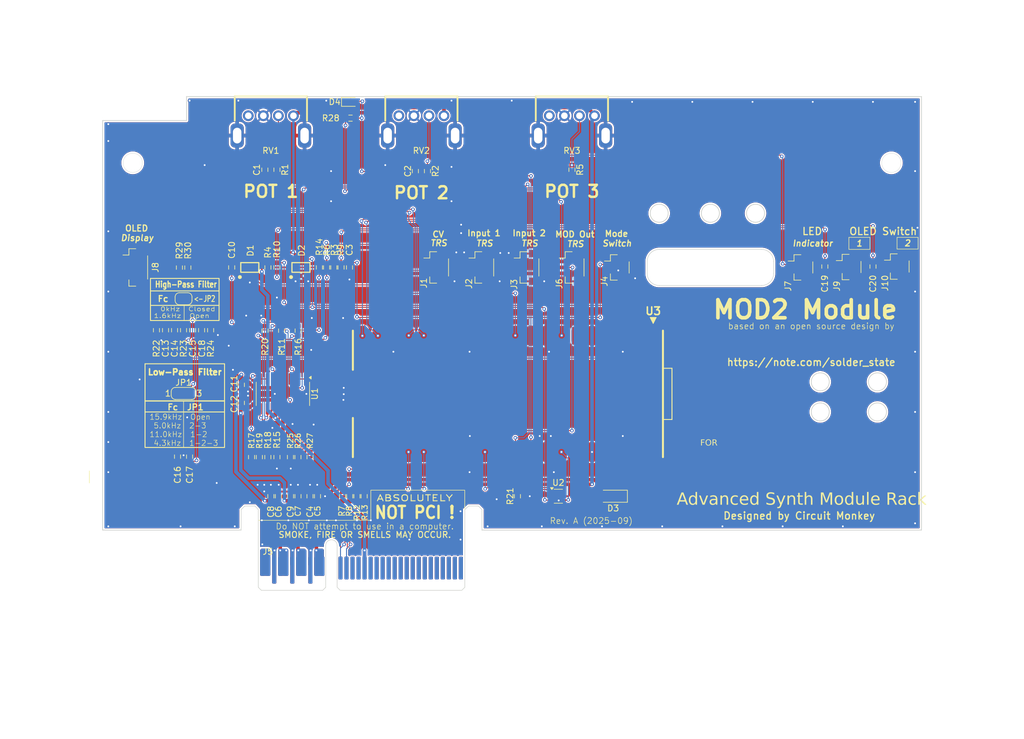
<source format=kicad_pcb>
(kicad_pcb (version 20241229) (generator "pcbnew") (generator_version "9.0")
  (title_block (title "Hagiwo MOD2 Module") (date "2025-09-08") (rev "A") (company "by Circuit Monkey") (comment 1 "for ASMR - Advanced Synth Module Rack") (comment 2 "https://note.com/solder_state") (comment 3 "based on a Hagiwo open source design:"))
  (layers (0 "F.Cu" signal) (2 "B.Cu" signal) (13 "F.Paste" user) (15 "B.Paste" user) (5 "F.SilkS" user "F.Silkscreen") (7 "B.SilkS" user "B.Silkscreen") (1 "F.Mask" user) (3 "B.Mask" user) (25 "Edge.Cuts" user))
  (net 0 "")
  (net 1 "POT1")
  (net 2 "GNDS")
  (net 3 "POT2")
  (net 4 "/POT3_MIX")
  (net 5 "GND_CH")
  (net 6 "Net-(C13-Pad1)")
  (net 7 "Net-(JP1-B)")
  (net 8 "+15V")
  (net 9 "WAVE_SW")
  (net 10 "+5V")
  (net 11 "-15V")
  (net 12 "+3V3")
  (net 15 "Net-(JP2-A)")
  (net 16 "/OUT_TIP")
  (net 23 "SLOT_DET")
  (net 25 "Net-(J5-ComA-SDA)")
  (net 31 "MIDI_IN")
  (net 32 "+24V")
  (net 36 "Net-(J5-ComA-SCK)")
  (net 59 "Net-(R1-Pad1)")
  (net 60 "Net-(JP1-A)")
  (net 61 "Net-(JP2-B)")
  (net 62 "IN_1")
  (net 63 "IN_2")
  (net 66 "Net-(R11-Pad1)")
  (net 68 "/Vsys")
  (net 69 "Net-(D4-A)")
  (net 70 "/IN_1_TIP")
  (net 71 "SDA")
  (net 72 "SCL")
  (net 73 "/IN_2_TIP")
  (net 75 "Net-(J5-MIDI_IN)")
  (net 76 "Net-(R2-Pad1)")
  (net 77 "Net-(R5-Pad1)")
  (net 78 "Net-(U1A-+)")
  (net 79 "Net-(U1B-+)")
  (net 80 "Net-(R15-Pad2)")
  (net 81 "Net-(U1C--)")
  (net 82 "Net-(U1A--)")
  (net 83 "Net-(U1B--)")
  (net 84 "Net-(R19-Pad2)")
  (net 85 "SLOT_CHECK")
  (net 86 "MOD_OUT")
  (net 87 "Net-(U1D--)")
  (net 88 "Net-(R26-Pad1)")
  (net 89 "LED")
  (net 100 "POT3{slash}CV")
  (net 101 "OLED_SCL")
  (net 102 "OLED_SDA")
  (net 109 "/CV_TIP")
  (net 110 "OLED_SW1")
  (net 111 "OLED_SW2")
  (footprint "CM_Resistor_Capacitor:C_0603_1608Metric" (layer "F.Cu") (at 110 109 90)
    (property "Reference" "C8")
    (property "Value" "1uF/50V")
  )
  (footprint "CM_Resistor_Capacitor:pot-thd-ra-11mm" (layer "F.Cu") (at 135 49.1 -90)
    (property "Reference" "RV2")
    (property "Value" "100K")
  )
  (footprint "Package_SO:SO-14_3.9x8.65mm_P1.27mm" (layer "F.Cu") (at 112 92 -90)
    (property "Reference" "U1")
    (property "Value" "TL074")
  )
  (footprint "CM_Resistor_Capacitor:R_0603_1608Metric" (layer "F.Cu") (at 109.04 81.5 90)
    (property "Reference" "R20")
    (property "Value" "1.0K")
  )
  (footprint "CM_Resistor_Capacitor:R_0603_1608Metric" (layer "F.Cu") (at 91 81.425 90)
    (property "Reference" "R22")
    (property "Value" "1.0K")
  )
  (footprint "CM_Connector_JST:JST_SH_BM02B-SRSS-TB_1x02-1MP_P1.00mm_Vertical" (layer "F.Cu") (at 214 70.85 -90)
    (property "Reference" "J10")
    (property "Value" "Conn_01x02_MountingPin" (hide yes))
  )
  (footprint "CM_Resistor_Capacitor:R_0603_1608Metric" (layer "F.Cu") (at 150.95 109 90)
    (property "Reference" "R21")
    (property "Value" "10K")
  )
  (footprint "CM_Resistor_Capacitor:R_0603_1608Metric" (layer "F.Cu") (at 160 54.775 -90)
    (property "Reference" "R5")
    (property "Value" "10.0K")
  )
  (footprint "CM_Resistor_Capacitor:pot-thd-ra-11mm" (layer "F.Cu") (at 110 49.1 -90)
    (property "Reference" "RV1")
    (property "Value" "100K")
  )
  (footprint "CM_Resistor_Capacitor:R_0603_1608Metric" (layer "F.Cu") (at 116.5 102.5 -90)
    (property "Reference" "R27")
    (property "Value" "1.0K")
  )
  (footprint "CM_Resistor_Capacitor:R_0603_1608Metric" (layer "F.Cu") (at 118.05 71 -90)
    (property "Reference" "R14")
    (property "Value" "220K")
  )
  (footprint "CM_Resistor_Capacitor:R_0603_1608Metric" (layer "F.Cu") (at 111 102.5 -90)
    (property "Reference" "R15")
    (property "Value" "33.0K")
  )
  (footprint "CM_Resistor_Capacitor:R_0603_1608Metric" (layer "F.Cu") (at 120.45 71 -90)
    (property "Reference" "R3")
    (property "Value" "4.7K")
  )
  (footprint "CM_Resistor_Capacitor:R_0603_1608Metric" (layer "F.Cu") (at 121.9 109 90)
    (property "Reference" "R7")
    (property "Value" "300R")
  )
  (footprint "CM_Resistor_Capacitor:C_0603_1608Metric" (layer "F.Cu") (at 113.25 109 -90)
    (property "Reference" "C9")
    (property "Value" "1uF/50V")
  )
  (footprint "CM_Resistor_Capacitor:C_0603_1608Metric" (layer "F.Cu") (at 92.5 81.425 -90)
    (property "Reference" "C13")
    (property "Value" "0.01uF")
  )
  (footprint "CM_Resistor_Capacitor:C_0603_1608Metric" (layer "F.Cu") (at 105.09 93.5 -90)
    (property "Reference" "C12")
    (property "Value" "1uF/50V")
  )
  (footprint "CM_Connector_JST:JST_SH_BM02B-SRSS-TB_1x02-1MP_P1.00mm_Vertical" (layer "F.Cu") (at 206 70.93 -90)
    (property "Reference" "J9")
    (property "Value" "Conn_01x02_MountingPin" (hide yes))
  )
  (footprint "Jumper:SolderJumper-2_P1.3mm_Open_RoundedPad1.0x1.5mm" (layer "F.Cu") (at 95.5 76.2)
    (property "Reference" "JP2")
    (property "Value" "SolderJumper_2_Open" (hide yes))
  )
  (footprint "CM_Connector_JST:JST_SH_BM03B-SRSS-TB_1x03-1MP_P1.00mm_Vertical" (layer "F.Cu") (at 145 71 -90)
    (property "Reference" "J2")
    (property "Value" "JST-SH" (hide yes))
  )
  (footprint "CM_Resistor_Capacitor:pot-thd-ra-11mm" (layer "F.Cu") (at 160 49.1 -90)
    (property "Reference" "RV3")
    (property "Value" "10K")
  )
  (footprint "CM_Resistor_Capacitor:R_0603_1608Metric" (layer "F.Cu") (at 96.2 71.025 -90)
    (property "Reference" "R30")
    (property "Value" "2K")
  )
  (footprint "CM_Chip_Packages:RaspberryPi-Pico2" (layer "F.Cu") (at 149.37 92 -90)
    (property "Reference" "U3")
    (property "Value" "Pico2-RP2350")
  )
  (footprint "CM_Resistor_Capacitor:R_0603_1608Metric" (layer "F.Cu") (at 111 71 90)
    (property "Reference" "R10")
    (property "Value" "33.0K")
  )
  (footprint "CM_Connector_JST:JST_SH_BM04B-SRSS-TB_1x04-1MP_P1.00mm_Vertical" (layer "F.Cu") (at 87.525 71 -90)
    (property "Reference" "J8")
    (property "Value" "JST SH, 4P, VT, SMT")
  )
  (footprint "CM_Resistor_Capacitor:C_0603_1608Metric" (layer "F.Cu") (at 134 55 90)
    (property "Reference" "C2")
    (property "Value" "0.1uF")
  )
  (footprint "CM_Resistor_Capacitor:R_0603_1608Metric" (layer "F.Cu") (at 106.79 102.5 -90)
    (property "Reference" "R17")
    (property "Value" "10.0K")
  )
  (footprint "CM_Resistor_Capacitor:R_0603_1608Metric" (layer "F.Cu") (at 94.8 71.025 -90)
    (property "Reference" "R29")
    (property "Value" "2K")
  )
  (footprint "CM_Resistor_Capacitor:C_0603_1608Metric" (layer "F.Cu") (at 202 70.85 -90)
    (property "Reference" "C19")
    (property "Value" "0.001uF")
  )
  (footprint "CM_Resistor_Capacitor:R_0603_1608Metric" (layer "F.Cu") (at 123.1 109 90)
    (property "Reference" "R8")
    (property "Value" "10K")
  )
  (footprint "CM_Resistor_Capacitor:R_0603_1608Metric" (layer "F.Cu") (at 109.5 71 -90)
    (property "Reference" "R4")
    (property "Value" "4.7K")
  )
  (footprint "CM_Resistor_Capacitor:R_0603_1608Metric" (layer "F.Cu") (at 124.3 109 90)
    (property "Reference" "R12")
    (property "Value" "300R")
  )
  (footprint "CM_Chip_Packages:SOT-25" (layer "F.Cu") (at 106.5 71)
    (property "Reference" "D1")
    (property "Value" "D1213A")
  )
  (footprint "CM_Resistor_Capacitor:C_0603_1608Metric" (layer "F.Cu") (at 103.5 71 90)
    (property "Reference" "C10")
    (property "Value" "0.022uF")
  )
  (footprint "CM_Connector_JST:JST_SH_BM03B-SRSS-TB_1x03-1MP_P1.00mm_Vertical" (layer "F.Cu") (at 152.5 71 -90)
    (property "Reference" "J3")
    (property "Value" "JST-SH" (hide yes))
  )
  (footprint "CM_Resistor_Capacitor:C_0603_1608Metric" (layer "F.Cu") (at 94.5 102.425 90)
    (property "Reference" "C16")
    (property "Value" "0.01uF")
  )
  (footprint "CM_Chip_Packages:SOT-25" (layer "F.Cu") (at 115 71)
    (property "Reference" "D2")
    (property "Value" "D1213A")
  )
  (footprint "CM_Resistor_Capacitor:R_0603_1608Metric" (layer "F.Cu") (at 119.25 71 -90)
    (property "Reference" "R6")
    (property "Value" "10.0K")
  )
  (footprint "CM_Resistor_Capacitor:R_0603_1608Metric" (layer "F.Cu") (at 109.5 102.5 90)
    (property "Reference" "R18")
    (property "Value" "1.0K")
  )
  (footprint "CM_Resistor_Capacitor:R_0603_1608Metric" (layer "F.Cu") (at 100 81.425 90)
    (property "Reference" "R24")
    (property "Value" "10K")
  )
  (footprint "CM_Connector_JST:JST_SH_BM02B-SRSS-TB_1x02-1MP_P1.00mm_Vertical" (layer "F.Cu") (at 167.5 71 -90)
    (property "Reference" "J4")
    (property "Value" "Conn_01x02_MountingPin" (hide yes))
  )
  (footprint "CM_Resistor_Capacitor:R_0603_1608Metric" (layer "F.Cu") (at 125.5 109 90)
    (property "Reference" "R13")
    (property "Value" "300R")
  )
  (footprint "CM_Connector_JST:JST_SH_BM03B-SRSS-TB_1x03-1MP_P1.00mm_Vertical" (layer "F.Cu") (at 137.5 71 -90)
    (property "Reference" "J1")
    (property "Value" "JST-SH" (hide yes))
  )
  (footprint "CM_Resistor_Capacitor:C_0603_1608Metric" (layer "F.Cu") (at 111.25 109 90)
    (property "Reference" "C6")
    (property "Value" "10uF/50V")
  )
  (footprint "Diode_SMD:D_SOD-123" (layer "F.Cu") (at 166.85 109 180)
    (property "Reference" "D3")
    (property "Value" "1A/60V")
  )
  (footprint "Jumper:SolderJumper-3_P1.3mm_Open_RoundedPad1.0x1.5mm_NumberLabels" (layer "F.Cu") (at 95.5 91.925)
    (property "Reference" "JP1")
    (property "Value" "SolderJumper_3_Open" (hide yes))
  )
  (footprint "CM_Resistor_Capacitor:C_0603_1608Metric" (layer "F.Cu") (at 210 70.85 -90)
    (property "Reference" "C20")
    (property "Value" "0.001uF")
  )
  (footprint "CM_Resistor_Capacitor:C_0603_1608Metric" (layer "F.Cu") (at 114.5 109 -90)
    (property "Reference" "C7")
    (property "Value" "10uF/50V")
  )
  (footprint "CM_Connector_JST:JST_SH_BM03B-SRSS-TB_1x03-1MP_P1.00mm_Vertical" (layer "F.Cu") (at 160 71 -90)
    (property "Reference" "J6")
    (property "Value" "JST-SH" (hide yes))
  )
  (footprint "CM_Resistor_Capacitor:C_0603_1608Metric" (layer "F.Cu") (at 123.05 71 -90)
    (property "Reference" "C3")
    (property "Value" "0.001uF")
  )
  (footprint "CM_Resistor_Capacitor:C_0603_1608Metric" (layer "F.Cu") (at 97 81.425 -90)
    (property "Reference" "C15")
    (property "Value" "0.022uF")
  )
  (footprint "CM_Resistor_Capacitor:C_0603_1608Metric" (layer "F.Cu") (at 94 81.425 -90)
    (property "Reference" "C14")
    (property "Value" "0.022uF")
  )
  (footprint "CM_Connector_Edge:ASMR-Edge-64" (layer "F.Cu") (at 120.06 116.225)
    (property "Reference" "J5")
    (property "Value" "~")
    (fp_line (start -15 -5) (end -15 -1.6) (stroke (width 0.1)) (layer "Edge.Cuts"))
    (fp_line (start -14.4 -5.6) (end -15 -5) (stroke (width 0.1)) (layer "Edge.Cuts"))
    (fp_line (start -14.4 -5.6) (end -12.7 -5.6) (stroke (width 0.1)) (layer "Edge.Cuts"))
    (fp_line (start -12.7 -5.6) (end -12.15 -5) (stroke (width 0.1)) (layer "Edge.Cuts"))
    (fp_line (start -12.15 -5) (end -12.15 7.9) (stroke (width 0.1)) (layer "Edge.Cuts"))
    (fp_line (start -12.15 7.9) (end -11.65 8.4) (stroke (width 0.1)) (layer "Edge.Cuts"))
    (fp_line (start -11.65 8.4) (end -1.45 8.4) (stroke (width 0.1)) (layer "Edge.Cuts"))
    (fp_line (start -0.95 0.95) (end -0.95 7.9) (stroke (width 0.1)) (layer "Edge.Cuts"))
    (fp_line (start -0.95 7.9) (end -1.45 8.4) (stroke (width 0.1)) (layer "Edge.Cuts"))
    (fp_line (start 0.95 0.95) (end 0.95 7.9) (stroke (width 0.1)) (layer "Edge.Cuts"))
    (fp_line (start 0.95 7.9) (end 1.45 8.4) (stroke (width 0.1)) (layer "Edge.Cuts"))
    (fp_line (start 1.45 8.4) (end 21.65 8.4) (stroke (width 0.1)) (layer "Edge.Cuts"))
    (fp_line (start 22.15 -5) (end 22.15 7.9) (stroke (width 0.1)) (layer "Edge.Cuts"))
    (fp_line (start 22.15 -5) (end 22.8 -5.6) (stroke (width 0.1)) (layer "Edge.Cuts"))
    (fp_line (start 22.15 7.9) (end 21.65 8.4) (stroke (width 0.1)) (layer "Edge.Cuts"))
    (fp_line (start 22.8 -5.6) (end 24.4 -5.6) (stroke (width 0.1)) (layer "Edge.Cuts"))
    (fp_line (start 24.4 -5.6) (end 25 -5) (stroke (width 0.1)) (layer "Edge.Cuts"))
    (fp_line (start 25 -5) (end 25 -1.6) (stroke (width 0.1)) (layer "Edge.Cuts"))
    (fp_arc (start -0.95 0.95) (mid 0 0) (end 0.95 0.95) (stroke (width 0.1)) (layer "Edge.Cuts"))
    (fp_circle (center -33 -62.6) (end -31.4 -62.6) (stroke (width 0.05)) (fill no) (layer "Edge.Cuts"))
    (fp_circle (center 93 -62.6) (end 94.6 -62.6) (stroke (width 0.05)) (fill no) (layer "Edge.Cuts"))
  )
  (footprint "CM_Resistor_Capacitor:C_0603_1608Metric" (layer "F.Cu") (at 96.5 102.425 90)
    (property "Reference" "C17")
    (property "Value" "0.01uF")
  )
  (footprint "CM_Resistor_Capacitor:R_0603_1608Metric" (layer "F.Cu") (at 114.54 81.5 90)
    (property "Reference" "R16")
    (property "Value" "10.0K")
  )
  (footprint "CM_Resistor_Capacitor:R_0603_1608Metric" (layer "F.Cu") (at 113.25 102.5 90)
    (property "Reference" "R25")
    (property "Value" "33.0K")
  )
  (footprint "CM_Resistor_Capacitor:C_0603_1608Metric" (layer "F.Cu") (at 105.09 90.5 -90)
    (property "Reference" "C11")
    (property "Value" "1uF/50V")
  )
  (footprint "CM_Resistor_Capacitor:R_0603_1608Metric" (layer "F.Cu") (at 95.5 81.425 90)
    (property "Reference" "R23")
    (property "Value" "1.0K")
  )
  (footprint "CM_Resistor_Capacitor:C_0603_1608Metric" (layer "F.Cu") (at 117.75 109 90)
    (property "Reference" "C5")
    (property "Value" "1uF/50V")
  )
  (footprint "CM_Resistor_Capacitor:R_0603_1608Metric" (layer "F.Cu") (at 121.65 71 -90)
    (property "Reference" "R9")
    (property "Value" "33.0K")
  )
  (footprint "CM_Resistor_Capacitor:C_0603_1608Metric" (layer "F.Cu") (at 98.5 81.425 90)
    (property "Reference" "C18")
    (property "Value" "0.01uF")
  )
  (footprint "CM_Resistor_Capacitor:R_0603_1608Metric" (layer "F.Cu") (at 114.5 102.5 90)
    (property "Reference" "R26")
    (property "Value" "68.0K")
  )
  (footprint "CM_Connector_JST:JST_SH_BM02B-SRSS-TB_1x02-1MP_P1.00mm_Vertical" (layer "F.Cu") (at 198 71 -90)
    (property "Reference" "J7")
    (property "Value" "Conn_01x02_MountingPin" (hide yes))
  )
  (footprint "CM_Resistor_Capacitor:R_0603_1608Metric" (layer "F.Cu") (at 123.225 46.2 180)
    (property "Reference" "R28")
    (property "Value" "1.0K")
  )
  (footprint "CM_Resistor_Capacitor:R_0603_1608Metric" (layer "F.Cu") (at 111 54.775 -90)
    (property "Reference" "R1")
    (property "Value" "10.0K")
  )
  (footprint "LED_SMD:LED_0603_1608Metric" (layer "F.Cu") (at 123.2125 43.5)
    (property "Reference" "D4")
    (property "Value" "BLU")
  )
  (footprint "CM_Resistor_Capacitor:R_0603_1608Metric" (layer "F.Cu") (at 108.09 102.5 90)
    (property "Reference" "R19")
    (property "Value" "10.0K")
  )
  (footprint "CM_Resistor_Capacitor:R_0603_1608Metric" (layer "F.Cu") (at 136 55 -90)
    (property "Reference" "R2")
    (property "Value" "10.0K")
  )
  (footprint "CM_Resistor_Capacitor:C_0603_1608Metric" (layer "F.Cu") (at 109 54.775 90)
    (property "Reference" "C1")
    (property "Value" "0.1uF")
  )
  (footprint "Package_TO_SOT_SMD:SOT-363_SC-70-6" (layer "F.Cu") (at 157.75 109)
    (property "Reference" "U2")
    (property "Value" "MUX" (hide yes))
  )
  (footprint "CM_Resistor_Capacitor:C_0603_1608Metric" (layer "F.Cu") (at 116.5 109 90)
    (property "Reference" "C4")
    (property "Value" "10uF/50V")
  )
  (footprint "CM_Resistor_Capacitor:R_0603_1608Metric" (layer "F.Cu") (at 111.79 81.5 90)
    (property "Reference" "R11")
    (property "Value" "100K")
  )
  (gr_line (start 89.1 93.175) (end 102.3 93.175) (stroke (width 0.2)) (layer "F.SilkS"))
  (gr_line (start 90 77.3) (end 101.4 77.3) (stroke (width 0.16)) (layer "F.SilkS"))
  (gr_rect (start 214 66) (end 217.5 67.95) (stroke (width 0.1)) (fill no) (layer "F.SilkS"))
  (gr_line (start 142.2 108) (end 126.6 108) (stroke (width 0.1)) (layer "F.SilkS"))
  (gr_line (start 102.3 95) (end 89.1 95) (stroke (width 0.16)) (layer "F.SilkS"))
  (gr_line (start 79.85 104.8) (end 79.85 106.8) (stroke (width 0.1)) (layer "F.SilkS"))
  (gr_line (start 126.6 113) (end 108 113) (stroke (width 0.1)) (layer "F.SilkS"))
  (gr_line (start 101.4 74.9) (end 90 74.9) (stroke (width 0.16)) (layer "F.SilkS"))
  (gr_line (start 95.5 93.175) (end 95.5 100.9) (stroke (width 0.1)) (layer "F.SilkS"))
  (gr_rect (start 90 72.825) (end 101.4 79.815859) (stroke (width 0.16)) (fill no) (layer "F.SilkS"))
  (gr_rect (start 206 66) (end 209.5 68) (stroke (width 0.1)) (fill no) (layer "F.SilkS"))
  (gr_rect (start 89.1 87) (end 102.305025 100.9) (stroke (width 0.16)) (fill no) (layer "F.SilkS"))
  (gr_line (start 142.2 111.1) (end 142.2 108) (stroke (width 0.1)) (layer "F.SilkS"))
  (gr_line (start 126.6 108) (end 126.6 113) (stroke (width 0.1)) (layer "F.SilkS"))
  (gr_line (start 95.6 77.2) (end 95.6 79.8) (stroke (width 0.1)) (layer "F.SilkS"))
  (gr_line (start 96 42.625) (end 96 46.6) (stroke (width 0.127)) (layer "Edge.Cuts"))
  (gr_circle (center 183 62) (end 184.5 62) (stroke (width 0.127)) (fill no) (layer "Edge.Cuts"))
  (gr_arc (start 172.5 70) (mid 173.085786 68.585786) (end 174.5 68) (stroke (width 0.1)) (layer "Edge.Cuts"))
  (gr_line (start 82.06 114.625) (end 105.06 114.625) (stroke (width 0.127)) (layer "Edge.Cuts"))
  (gr_arc (start 191.5 68) (mid 192.914214 68.585786) (end 193.5 70) (stroke (width 0.1)) (layer "Edge.Cuts"))
  (gr_line (start 193.5 70) (end 193.5 72) (stroke (width 0.1)) (layer "Edge.Cuts"))
  (gr_line (start 172.5 72) (end 172.5 70) (stroke (width 0.1)) (layer "Edge.Cuts"))
  (gr_circle (center 201.25 90) (end 202.75 90) (stroke (width 0.127)) (fill no) (layer "Edge.Cuts"))
  (gr_line (start 191.5 74) (end 174.5 74) (stroke (width 0.1)) (layer "Edge.Cuts"))
  (gr_circle (center 210.75 90) (end 212.25 90) (stroke (width 0.127)) (fill no) (layer "Edge.Cuts"))
  (gr_line (start 82.06 46.6) (end 82.06 114.625) (stroke (width 0.127)) (layer "Edge.Cuts"))
  (gr_line (start 218.06 42.625) (end 96 42.625) (stroke (width 0.127)) (layer "Edge.Cuts"))
  (gr_line (start 174.5 68) (end 191.5 68) (stroke (width 0.1)) (layer "Edge.Cuts"))
  (gr_arc (start 174.5 74) (mid 173.085786 73.414214) (end 172.5 72) (stroke (width 0.1)) (layer "Edge.Cuts"))
  (gr_circle (center 190.5 62) (end 192 62) (stroke (width 0.127)) (fill no) (layer "Edge.Cuts"))
  (gr_line (start 145.06 114.625) (end 218.06 114.625) (stroke (width 0.127)) (layer "Edge.Cuts"))
  (gr_line (start 96 46.6) (end 82.06 46.6) (stroke (width 0.127)) (layer "Edge.Cuts"))
  (gr_circle (center 174.5 62) (end 176 62) (stroke (width 0.127)) (fill no) (layer "Edge.Cuts"))
  (gr_circle (center 210.75 95) (end 212.25 95) (stroke (width 0.127)) (fill no) (layer "Edge.Cuts"))
  (gr_arc (start 193.5 72) (mid 192.914214 73.414214) (end 191.5 74) (stroke (width 0.1)) (layer "Edge.Cuts"))
  (gr_line (start 218.06 42.625) (end 218.06 114.625) (stroke (width 0.127)) (layer "Edge.Cuts"))
  (gr_circle (center 201.25 95) (end 202.75 95) (stroke (width 0.127)) (fill no) (layer "Edge.Cuts"))
  (gr_text "Mode" (at 167.4 65.4 0) (layer "F.SilkS") (effects (font (size 1 1) (thickness 0.2) (bold yes))))
  (gr_text "Fc\n" (at 92.1 76.8 0) (layer "F.SilkS") (effects (font (size 1 1) (thickness 0.2) (bold yes)) (justify bottom)))
  (gr_text "     0kHz  Closed\n  1.6kHz  Open" (at 94.5 77.5 0) (layer "F.SilkS") (effects (font (size 0.7 0.9) (thickness 0.09)) (justify top)))
  (gr_text "TRS" (at 160.6 67.1 0) (layer "F.SilkS") (effects (font (size 1 1) (thickness 0.2) (bold yes) (italic yes))))
  (gr_text "POT 2" (at 135 58.6 0) (layer "F.SilkS") (effects (font (size 2 2) (thickness 0.4) (bold yes))))
  (gr_text "OLED Switch" (at 211.7 65 0) (layer "F.SilkS") (effects (font (size 1.2 1.2) (thickness 0.2) (bold yes))))
  (gr_text "FOR" (at 182.75 100.75 0) (layer "F.SilkS") (effects (font (size 1 1) (thickness 0.1)) (justify bottom)))
  (gr_text "2" (at 215.75 66.975 0) (layer "F.SilkS") (effects (font (size 1 1) (thickness 0.2) (bold yes) (italic yes))))
  (gr_text "  Fc  JP1\n" (at 91.2 94.8 0) (layer "F.SilkS") (effects (font (size 1 1) (thickness 0.2) (bold yes)) (justify left bottom)))
  (gr_text "<-" (at 97.15 76.2 0) (layer "F.SilkS") (effects (font (size 1 0.6) (thickness 0.15) (bold yes)) (justify left)))
  (gr_text " 15.9kHz  Open\n  5.0kHz  2-3\n 11.0kHz  1-2\n  4.3kHz  1-2-3" (at 89.1 95.3 0) (layer "F.SilkS") (effects (font (size 0.9 0.9) (thickness 0.09)) (justify left top)))
  (gr_text "OLED" (at 87.7 64.5 0) (layer "F.SilkS") (effects (font (size 1 1) (thickness 0.2) (bold yes))))
  (gr_text "NOT PCI !" (at 133.9 111.7 0) (layer "F.SilkS") (effects (font (size 2 1.8) (thickness 0.4) (bold yes))))
  (gr_text "Do NOT attempt to use in a computer." (at 125.6 114 0) (layer "F.SilkS") (effects (font (size 1 1) (thickness 0.1))))
  (gr_text "Display" (at 87.8 66.1 0) (layer "F.SilkS") (effects (font (size 1 1) (thickness 0.2) (bold yes) (italic yes))))
  (gr_text "Switch" (at 167.5 67 0) (layer "F.SilkS") (effects (font (size 1 1) (thickness 0.2) (bold yes) (italic yes))))
  (gr_text "SMOKE, FIRE OR SMELLS MAY OCCUR." (at 125.6 115.4 0) (layer "F.SilkS") (effects (font (size 1 1) (thickness 0.16))))
  (gr_text "POT 3" (at 160 58.375 0) (layer "F.SilkS") (effects (font (size 2 2) (thickness 0.4) (bold yes))))
  (gr_text "TRS" (at 153 67 0) (layer "F.SilkS") (effects (font (size 1 1) (thickness 0.2) (bold yes) (italic yes))))
  (gr_text "Input 1" (at 145.4 65.3 0) (layer "F.SilkS") (effects (font (size 1 1) (thickness 0.2) (bold yes))))
  (gr_text "Rev. A (2025-09)" (at 156.27 113.67 0) (layer "F.SilkS") (effects (font (size 1 1) (thickness 0.1)) (justify left bottom)))
  (gr_text "ABSOLUTELY" (at 133.9 109.3 0) (layer "F.SilkS") (effects (font (size 1 1.4) (thickness 0.16))))
  (gr_text "High-Pass Filter" (at 95.9 74.4 0) (layer "F.SilkS") (effects (font (size 1 0.8) (thickness 0.2) (bold yes)) (justify bottom)))
  (gr_text "1" (at 207.75 67 0) (layer "F.SilkS") (effects (font (size 1 1) (thickness 0.2) (bold yes) (italic yes))))
  (gr_text "MOD2 Module" (at 198.75 78 0) (layer "F.SilkS") (effects (font (size 3 3) (thickness 0.6) (bold yes))))
  (gr_text "based on an open source design by" (at 199.75 80.75 0) (layer "F.SilkS") (effects (font (size 1 1) (thickness 0.1))))
  (gr_text "Advanced Synth Module Rack" (at 198.15 110.75 0) (layer "F.SilkS") (effects (font (size 2 2) (thickness 0.1)) (justify bottom)))
  (gr_text "LED" (at 199.9 65 0) (layer "F.SilkS") (effects (font (size 1.2 1.2) (thickness 0.2) (bold yes))))
  (gr_text "MOD Out" (at 160.5 65.5 0) (layer "F.SilkS") (effects (font (size 1 1) (thickness 0.2) (bold yes))))
  (gr_text "Indicator" (at 200 67 0) (layer "F.SilkS") (effects (font (size 1 1) (thickness 0.2) (bold yes) (italic yes))))
  (gr_text "https://note.com/solder_state" (at 199.75 86.75 0) (layer "F.SilkS") (effects (font (size 1.2 1.2) (thickness 0.2))))
  (gr_text "TRS" (at 145.5 67 0) (layer "F.SilkS") (effects (font (size 1 1) (thickness 0.2) (bold yes) (italic yes))))
  (gr_text "POT 1" (at 110 58.375 0) (layer "F.SilkS") (effects (font (size 2 2) (thickness 0.4) (bold yes))))
  (gr_text "CV" (at 137.8 65.5 0) (layer "F.SilkS") (effects (font (size 1 1) (thickness 0.2) (bold yes))))
  (gr_text "Low-Pass Filter" (at 95.702513 87.8 0) (layer "F.SilkS") (effects (font (size 1 1) (thickness 0.25) (bold yes)) (justify top)))
  (gr_text "Input 2" (at 152.9 65.3 0) (layer "F.SilkS") (effects (font (size 1 1) (thickness 0.2) (bold yes))))
  (gr_text "TRS" (at 137.9 66.95 0) (layer "F.SilkS") (effects (font (size 1 1) (thickness 0.2) (bold yes) (italic yes))))
  (gr_text "Designed by Circuit Monkey" (at 197.75 112.25 0) (layer "F.SilkS") (effects (font (size 1.2 1.2) (thickness 0.2))))
  (segment (start 152.371 57.479) (end 112.929 57.479) (width 0.16) (layer "F.Cu") (net 1))
  (segment (start 150.64 101.652) (end 150.64 99.34) (width 0.16) (layer "F.Cu") (net 1))
  (segment (start 150.64 99.34) (end 150.6 99.3) (width 0.16) (layer "F.Cu") (net 1))
  (segment (start 112.929 57.479) (end 111 55.55) (width 0.16) (layer "F.Cu") (net 1))
  (segment (start 152.65 57.2) (end 152.371 57.479) (width 0.16) (layer "F.Cu") (net 1))
  (segment (start 109 55.55) (end 111 55.55) (width 0.16) (layer "F.Cu") (net 1))
  (via (at 150.6 99.3) (size 0.6) (drill 0.3) (layers "F.Cu" "B.Cu") (net 1))
  (via (at 152.65 57.2) (size 0.6) (drill 0.3) (layers "F.Cu" "B.Cu") (net 1))
  (segment (start 152.879 98.421) (end 152 99.3) (width 0.16) (layer "B.Cu") (net 1))
  (segment (start 152 99.3) (end 150.6 99.3) (width 0.16) (layer "B.Cu") (net 1))
  (segment (start 152.879 57.429) (end 152.879 98.421) (width 0.16) (layer "B.Cu") (net 1))
  (segment (start 152.65 57.2) (end 152.879 57.429) (width 0.16) (layer "B.Cu") (net 1))
  (segment (start 108.5 71.7) (end 108.5 71) (width 0.3) (layer "F.Cu") (net 2))
  (segment (start 109.5 70.225) (end 110.275 71) (width 0.3) (layer "F.Cu") (net 2))
  (segment (start 136.175 72) (end 131.25 72) (width 0.6) (layer "F.Cu") (net 2))
  (segment (start 151.175 72) (end 143.675 72) (width 0.6) (layer "F.Cu") (net 2))
  (segment (start 126.95 67.7) (end 120.45 67.7) (width 0.6) (layer "F.Cu") (net 2))
  (segment (start 118.3 67.7) (end 118.05 67.95) (width 0.6) (layer "F.Cu") (net 2))
  (segment (start 120.45 70.225) (end 120.45 67.7) (width 0.6) (layer "F.Cu") (net 2))
  (segment (start 117.275 71) (end 118.05 70.225) (width 0.3) (layer "F.Cu") (net 2))
  (segment (start 110.75 94.495) (end 110.73 94.475) (width 0.6) (layer "F.Cu") (net 2))
  (segment (start 110.275 71) (end 117.275 71) (width 0.3) (layer "F.Cu") (net 2))
  (segment (start 104.275 70.225) (end 103.5 70.225) (width 0.3) (layer "F.Cu") (net 2))
  (segment (start 109.5 70.225) (end 108.725 71) (width 0.3) (layer "F.Cu") (net 2))
  (segment (start 120.45 67.7) (end 118.3 67.7) (width 0.6) (layer "F.Cu") (net 2))
  (segment (start 110.75 96) (end 110.75 94.495) (width 0.6) (layer "F.Cu") (net 2))
  (segment (start 118.05 67.95) (end 118.05 70.225) (width 0.6) (layer "F.Cu") (net 2))
  (segment (start 143.675 72) (end 136.175 72) (width 0.6) (layer "F.Cu") (net 2))
  (segment (start 158.675 72) (end 151.175 72) (width 0.6) (layer "F.Cu") (net 2))
  (segment (start 108.725 71) (end 108.5 71) (width 0.3) (layer "F.Cu") (net 2))
  (segment (start 131.25 72) (end 126.95 67.7) (width 0.6) (layer "F.Cu") (net 2))
  (segment (start 125.56 120.925) (end 125.56 118) (width 0.6) (layer "F.Cu") (net 2))
  (segment (start 108.5 71) (end 105.05 71) (width 0.3) (layer "F.Cu") (net 2))
  (segment (start 105.05 71) (end 104.275 70.225) (width 0.3) (layer "F.Cu") (net 2))
  (via (at 110.75 96) (size 0.6) (drill 0.3) (layers "F.Cu" "B.Cu") (net 2))
  (via (at 108.5 71.7) (size 0.6) (drill 0.3) (layers "F.Cu" "B.Cu") (net 2))
  (via (at 125.56 118) (size 0.6) (drill 0.3) (layers "F.Cu" "B.Cu") (net 2))
  (segment (start 108.5 74.7) (end 108.5 71.7) (width 0.6) (layer "B.Cu") (net 2))
  (segment (start 125.56 118) (end 125.56 120.925) (width 0.6) (layer "B.Cu") (net 2))
  (segment (start 109.5 94.75) (end 109.5 75.7) (width 0.6) (layer "B.Cu") (net 2))
  (segment (start 109.5 75.7) (end 108.5 74.7) (width 0.6) (layer "B.Cu") (net 2))
  (segment (start 125.56 112.96) (end 119.5 106.9) (width 0.6) (layer "B.Cu") (net 2))
  (segment (start 119.5 104.75) (end 110.75 96) (width 0.6) (layer "B.Cu") (net 2))
  (segment (start 119.5 106.9) (end 119.5 104.75) (width 0.6) (layer "B.Cu") (net 2))
  (segment (start 125.56 118) (end 125.56 112.96) (width 0.6) (layer "B.Cu") (net 2))
  (segment (start 110.75 96) (end 109.5 94.75) (width 0.6) (layer "B.Cu") (net 2))
  (segment (start 153.175 55.775) (end 136 55.775) (width 0.16) (layer "F.Cu") (net 3))
  (segment (start 153.18 101.652) (end 153.18 99.22) (width 0.16) (layer "F.Cu") (net 3))
  (segment (start 153.2 55.8) (end 153.175 55.775) (width 0.16) (layer "F.Cu") (net 3))
  (segment (start 153.18 99.22) (end 153.2 99.2) (width 0.16) (layer "F.Cu") (net 3))
  (segment (start 134 55.775) (end 136 55.775) (width 0.16) (layer "F.Cu") (net 3))
  (via (at 153.2 99.2) (size 0.6) (drill 0.3) (layers "F.Cu" "B.Cu") (net 3))
  (via (at 153.2 55.8) (size 0.6) (drill 0.3) (layers "F.Cu" "B.Cu") (net 3))
  (segment (start 153.2 99.2) (end 153.2 55.8) (width 0.16) (layer "B.Cu") (net 3))
  (segment (start 106.417 80.725) (end 109.04 80.725) (width 0.16) (layer "F.Cu") (net 4))
  (segment (start 108.9 77.6) (end 116.9 77.6) (width 0.16) (layer "F.Cu") (net 4))
  (segment (start 155.55 109.65) (end 155.5 109.6) (width 0.16) (layer "F.Cu") (net 4))
  (segment (start 156.8 109.65) (end 155.55 109.65) (width 0.16) (layer "F.Cu") (net 4))
  (segment (start 116.921 77.621) (end 116.9 77.6) (width 0.16) (layer "F.Cu") (net 4))
  (segment (start 103.5 71.775) (end 103.5 72.8) (width 0.16) (layer "F.Cu") (net 4))
  (segment (start 106.096 80.404) (end 106.417 80.725) (width 0.16) (layer "F.Cu") (net 4))
  (segment (start 155.121 77.621) (end 116.921 77.621) (width 0.16) (layer "F.Cu") (net 4))
  (segment (start 106.096 80.404) (end 108.9 77.6) (width 0.16) (layer "F.Cu") (net 4))
  (segment (start 155.4 77.9) (end 155.121 77.621) (width 0.16) (layer "F.Cu") (net 4))
  (segment (start 116.8 69.6) (end 115.95 69.6) (width 0.16) (layer "F.Cu") (net 4))
  (segment (start 103.804 80.404) (end 106.096 80.404) (width 0.16) (layer "F.Cu") (net 4))
  (segment (start 103.5 80.1) (end 103.804 80.404) (width 0.16) (layer "F.Cu") (net 4))
  (via (at 155.5 109.6) (size 0.6) (drill 0.3) (layers "F.Cu" "B.Cu") (net 4))
  (via (at 116.8 69.6) (size 0.6) (drill 0.3) (layers "F.Cu" "B.Cu") (net 4))
  (via (at 116.9 77.6) (size 0.6) (drill 0.3) (layers "F.Cu" "B.Cu") (net 4))
  (via (at 155.4 77.9) (size 0.6) (drill 0.3) (layers "F.Cu" "B.Cu") (net 4))
  (via (at 103.5 72.8) (size 0.6) (drill 0.3) (layers "F.Cu" "B.Cu") (net 4))
  (via (at 103.5 80.1) (size 0.6) (drill 0.3) (layers "F.Cu" "B.Cu") (net 4))
  (segment (start 103.5 80.1) (end 103.5 72.8) (width 0.16) (layer "B.Cu") (net 4))
  (segment (start 155.5 78) (end 155.4 77.9) (width 0.16) (layer "B.Cu") (net 4))
  (segment (start 116.9 77.6) (end 116.9 69.7) (width 0.16) (layer "B.Cu") (net 4))
  (segment (start 155.5 109.6) (end 155.5 78) (width 0.16) (layer "B.Cu") (net 4))
  (segment (start 116.9 69.7) (end 116.8 69.6) (width 0.16) (layer "B.Cu") (net 4))
  (segment (start 95.3 92) (end 95.3 91.9) (width 0.16) (layer "F.Cu") (net 5))
  (segment (start 92.5 82.275) (end 92.5 82.3) (width 0.16) (layer "F.Cu") (net 5))
  (via (at 217 55) (size 0.6) (drill 0.3) (layers "F.Cu" "B.Cu") (net 5))
  (via (at 167.7 71.5) (size 0.6) (drill 0.3) (layers "F.Cu" "B.Cu") (net 5))
  (via (at 96.1 95.9) (size 0.6) (drill 0.3) (layers "F.Cu" "B.Cu") (net 5))
  (via (at 116.8 79.4) (size 0.6) (drill 0.3) (layers "F.Cu" "B.Cu") (net 5))
  (via (at 83 75) (size 0.6) (drill 0.3) (layers "F.Cu" "B.Cu") (net 5))
  (via (at 103.7 88) (size 0.6) (drill 0.3) (layers "F.Cu" "B.Cu") (net 5))
  (via (at 156.2 85) (size 0.6) (drill 0.3) (layers "F.Cu" "B.Cu") (net 5))
  (via (at 157 105) (size 0.6) (drill 0.3) (layers "F.Cu" "B.Cu") (net 5))
  (via (at 117.7 107.1) (size 0.6) (drill 0.3) (layers "F.Cu" "B.Cu") (net 5))
  (via (at 116.5 107.1) (size 0.6) (drill 0.3) (layers "F.Cu" "B.Cu") (net 5))
  (via (at 146 114) (size 0.6) (drill 0.3) (layers "F.Cu" "B.Cu") (net 5))
  (via (at 116.3 113) (size 0.6) (drill 0.3) (layers "F.Cu" "B.Cu") (net 5))
  (via (at 156.5 99) (size 0.6) (drill 0.3) (layers "F.Cu" "B.Cu") (net 5))
  (via (at 168.45 99) (size 0.6) (drill 0.3) (layers "F.Cu" "B.Cu") (net 5))
  (via (at 141.5 111.5) (size 0.6) (drill 0.3) (layers "F.Cu" "B.Cu") (net 5))
  (via (at 155.4 73.3) (size 0.6) (drill 0.3) (layers "F.Cu" "B.Cu") (net 5))
  (via (at 83 95) (size 0.6) (drill 0.3) (layers "F.Cu" "B.Cu") (net 5))
  (via (at 83 100) (size 0.6) (drill 0.3) (layers "F.Cu" "B.Cu") (net 5))
  (via (at 200 43.5) (size 0.6) (drill 0.3) (layers "F.Cu" "B.Cu") (net 5))
  (via (at 99 54) (size 0.6) (drill 0.3) (layers "F.Cu" "B.Cu") (net 5))
  (via (at 140 54.3) (size 0.6) (drill 0.3) (layers "F.Cu" "B.Cu") (net 5))
  (via (at 114.5 107.1) (size 0.6) (drill 0.3) (layers "F.Cu" "B.Cu") (net 5))
  (via (at 108.58 116.99) (size 0.6) (drill 0.3) (layers "F.Cu" "B.Cu") (net 5))
  (via (at 123.05 73) (size 0.6) (drill 0.3) (layers "F.Cu" "B.Cu") (net 5))
  (via (at 149.5 68.6) (size 0.6) (drill 0.3) (layers "F.Cu" "B.Cu") (net 5))
  (via (at 154.65 99) (size 0.6) (drill 0.3) (layers "F.Cu" "B.Cu") (net 5))
  (via (at 95 114) (size 0.6) (drill 0.3) (layers "F.Cu" "B.Cu") (net 5))
  (via (at 195 114) (size 0.6) (drill 0.3) (layers "F.Cu" "B.Cu") (net 5))
  (via (at 217 43.5) (size 0.6) (drill 0.3) (layers "F.Cu" "B.Cu") (net 5))
  (via (at 143 105) (size 0.6) (drill 0.3) (layers "F.Cu" "B.Cu") (net 5))
  (via (at 108.5 113) (size 0.6) (drill 0.3) (layers "F.Cu" "B.Cu") (net 5))
  (via (at 111 76) (size 0.6) (drill 0.3) (layers "F.Cu" "B.Cu") (net 5))
  (via (at 170 43.5) (size 0.6) (drill 0.3) (layers "F.Cu" "B.Cu") (net 5))
  (via (at 83 65) (size 0.6) (drill 0.3) (layers "F.Cu" "B.Cu") (net 5))
  (via (at 120 55) (size 0.6) (drill 0.3) (layers "F.Cu" "B.Cu") (net 5))
  (via (at 104 114) (size 0.6) (drill 0.3) (layers "F.Cu" "B.Cu") (net 5))
  (via (at 148.1 68.6) (size 0.6) (drill 0.3) (layers "F.Cu" "B.Cu") (net 5))
  (via (at 83 47.2) (size 0.6) (drill 0.3) (layers "F.Cu" "B.Cu") (net 5))
  (via (at 210 43.5) (size 0.6) (drill 0.3) (layers "F.Cu" "B.Cu") (net 5))
  (via (at 129 54) (size 0.6) (drill 0.3) (layers "F.Cu" "B.Cu") (net 5))
  (via (at 141.6 63.9) (size 0.6) (drill 0.3) (layers "F.Cu" "B.Cu") (net 5))
  (via (at 217 113.5) (size 0.6) (drill 0.3) (layers "F.Cu" "B.Cu") (net 5))
  (via (at 148 73.3) (size 0.6) (drill 0.3) (layers "F.Cu" "B.Cu") (net 5))
  (via (at 175 114) (size 0.6) (drill 0.3) (layers "F.Cu" "B.Cu") (net 5))
  (via (at 106.5 73.5) (size 0.6) (drill 0.3) (layers "F.Cu" "B.Cu") (net 5))
  (via (at 110 107.1) (size 0.6) (drill 0.3) (layers "F.Cu" "B.Cu") (net 5))
  (via (at 155 114) (size 0.6) (drill 0.3) (layers "F.Cu" "B.Cu") (net 5))
  (via (at 122 79.4) (size 0.6) (drill 0.3) (layers "F.Cu" "B.Cu") (net 5))
  (via (at 143 85) (size 0.6) (drill 0.3) (layers "F.Cu" "B.Cu") (net 5))
  (via (at 83 105) (size 0.6) (drill 0.3) (layers "F.Cu" "B.Cu") (net 5))
  (via (at 147.5 109.5) (size 0.6) (drill 0.3) (layers "F.Cu" "B.Cu") (net 5))
  (via (at 130.35 85) (size 0.6) (drill 0.3) (layers "F.Cu" "B.Cu") (net 5))
  (via (at 113.6 97) (size 0.6) (drill 0.3) (layers "F.Cu" "B.Cu") (net 5))
  (via (at 110.65 92) (size 0.6) (drill 0.3) (layers "F.Cu" "B.Cu") (net 5))
  (via (at 108.9 108.2) (size 0.6) (drill 0.3) (layers "F.Cu" "B.Cu") (net 5))
  (via (at 113.6 118) (size 0.6) (drill 0.3) (layers "F.Cu" "B.Cu") (net 5))
  (via (at 107.8 107.1) (size 0.6) (drill 0.3) (layers "F.Cu" "B.Cu") (net 5))
  (via (at 120 60) (size 0.6) (drill 0.3) (layers "F.Cu" "B.Cu") (net 5))
  (via (at 185 114) (size 0.6) (drill 0.3) (layers "F.Cu" "B.Cu") (net 5))
  (via (at 116.7 84.7) (size 0.6) (drill 0.3) (layers "F.Cu" "B.Cu") (net 5))
  (via (at 141.5 116.2) (size 0.6) (drill 0.3) (layers "F.Cu" "B.Cu") (net 5))
  (via (at 140 43.3) (size 0.6) (drill 0.3) (layers "F.Cu" "B.Cu") (net 5))
  (via (at 106.5 110) (size 0.6) (drill 0.3) (layers "F.Cu" "B.Cu") (net 5))
  (via (at 150 43.3) (size 0.6) (drill 0.3) (layers "F.Cu" "B.Cu") (net 5))
  (via (at 122.1 92.05) (size 0.6) (drill 0.3) (layers "F.Cu" "B.Cu") (net 5))
  (via (at 83 114) (size 0.6) (drill 0.3) (layers "F.Cu" "B.Cu") (net 5))
  (via (at 111 104.4) (size 0.6) (drill 0.3) (layers "F.Cu" "B.Cu") (net 5))
  (via (at 180 43.5) (size 0.6) (drill 0.3) (layers "F.Cu" "B.Cu") (net 5))
  (via (at 217.4 64.4) (size 0.6) (drill 0.3) (layers "F.Cu" "B.Cu") (net 5))
  (via (at 122.05 93) (size 0.6) (drill 0.3) (layers "F.Cu" "B.Cu") (net 5))
  (via (at 106.2 91.6) (size 0.6) (drill 0.3) (layers "F.Cu" "B.Cu") (net 5))
  (via (at 110.6 118) (size 0.6) (drill 0.3) (layers "F.Cu" "B.Cu") (net 5))
  (via (at 122.1 91) (size 0.6) (drill 0.3) (layers "F.Cu" "B.Cu") (net 5))
  (via (at 110.25 97.65) (size 0.6) (drill 0.3) (layers "F.Cu" "B.Cu") (net 5))
  (via (at 157.8 109.7) (size 0.6) (drill 0.3) (layers "F.Cu" "B.Cu") (net 5))
  (via (at 205 114) (size 0.6) (drill 0.3) (layers "F.Cu" "B.Cu") (net 5))
  (via (at 217 75) (size 0.6) (drill 0.3) (layers "F.Cu" "B.Cu") (net 5))
  (via (at 165 114) (size 0.6) (drill 0.3) (layers "F.Cu" "B.Cu") (net 5))
  (via (at 113.3 104.4) (size 0.6) (drill 0.3) (layers "F.Cu" "B.Cu") (net 5))
  (via (at 105.9 79) (size 0.6) (drill 0.3) (layers "F.Cu" "B.Cu") (net 5))
  (via (at 111.4 84.6) (size 0.6) (drill 0.3) (layers "F.Cu" "B.Cu") (net 5))
  (via (at 91.8 83.1) (size 0.6) (drill 0.3) (layers "F.Cu" "B.Cu") (net 5))
  (via (at 115.9 92) (size 0.6) (drill 0.3) (layers "F.Cu" "B.Cu") (net 5))
  (via (at 119 109) (size 0.6) (drill 0.3) (layers "F.Cu" "B.Cu") (net 5))
  (via (at 108.4 79) (size 0.6) (drill 0.3) (layers "F.Cu" "B.Cu") (net 5))
  (via (at 140.5 73.3) (size 0.6) (drill 0.3) (layers "F.Cu" "B.Cu") (net 5))
  (via (at 119.3 113) (size 0.6) (drill 0.3) (layers "F.Cu" "B.Cu") (net 5))
  (via (at 153 109) (size 0.6) (drill 0.3) (layers "F.Cu" "B.Cu") (net 5))
  (via (at 106.2 92.3) (size 0.6) (drill 0.3) (layers "F.Cu" "B.Cu") (net 5))
  (via (at 116.2 73.3) (size 0.6) (drill 0.3) (layers "F.Cu" "B.Cu") (net 5))
  (via (at 113.3 107.1) (size 0.6) (drill 0.3) (layers "F.Cu" "B.Cu") (net 5))
  (via (at 95.5 102.2) (size 0.6) (drill 0.3) (layers "F.Cu" "B.Cu") (net 5))
  (via (at 112.9 113) (size 0.6) (drill 0.3) (layers "F.Cu" "B.Cu") (net 5))
  (via (at 217 85) (size 0.6) (drill 0.3) (layers "F.Cu" "B.Cu") (net 5))
  (via (at 120.8 113) (size 0.6) (drill 0.3) (layers "F.Cu" "B.Cu") (net 5))
  (via (at 170.5 72.8) (size 0.6) (drill 0.3) (layers "F.Cu" "B.Cu") (net 5))
  (via (at 217 105) (size 0.6) (drill 0.3) (layers "F.Cu" "B.Cu") (net 5))
  (via (at 116.6 118) (size 0.6) (drill 0.3) (layers "F.Cu" "B.Cu") (net 5))
  (via (at 124.3 113) (size 0.6) (drill 0.3) (layers "F.Cu" "B.Cu") (net 5))
  (via (at 88.2 89.6) (size 0.6) (drill 0.3) (layers "F.Cu" "B.Cu") (net 5))
  (via (at 217 95) (size 0.6) (drill 0.3) (layers "F.Cu" "B.Cu") (net 5))
  (via (at 119.2 43.3) (size 0.6) (drill 0.3) (layers "F.Cu" "B.Cu") (net 5))
  (via (at 104.6 43.3) (size 0.6) (drill 0.3) (layers "F.Cu" "B.Cu") (net 5))
  (via (at 101.2 82.225) (size 0.6) (drill 0.3) (layers "F.Cu" "B.Cu") (net 5))
  (via (at 190 43.5) (size 0.6) (drill 0.3) (layers "F.Cu" "B.Cu") (net 5))
  (via (at 168.45 85) (size 0.6) (drill 0.3) (layers "F.Cu" "B.Cu") (net 5))
  (via (at 141.6 65.3) (size 0.6) (drill 0.3) (layers "F.Cu" "B.Cu") (net 5))
  (via (at 143.05 99) (size 0.6) (drill 0.3) (layers "F.Cu" "B.Cu") (net 5))
  (via (at 142.1 68.5) (size 0.6) (drill 0.3) (layers "F.Cu" "B.Cu") (net 5))
  (via (at 83 50) (size 0.6) (drill 0.3) (layers "F.Cu" "B.Cu") (net 5))
  (via (at 117.1 97.1) (size 0.6) (drill 0.3) (layers "F.Cu" "B.Cu") (net 5))
  (via (at 101 106.8) (size 0.6) (drill 0.3) (layers "F.Cu" "B.Cu") (net 5))
  (via (at 108.9 107.1) (size 0.6) (drill 0.3) (layers "F.Cu" "B.Cu") (net 5))
  (via (at 83 85) (size 0.6) (drill 0.3) (layers "F.Cu" "B.Cu") (net 5))
  (via (at 96.5 43.3) (size 0.6) (drill 0.3) (layers "F.Cu" "B.Cu") (net 5))
  (via (at 140.8 68.5) (size 0.6) (drill 0.3) (layers "F.Cu" "B.Cu") (net 5))
  (via (at 140 60) (size 0.6) (drill 0.3) (layers "F.Cu" "B.Cu") (net 5))
  (via (at 114.1 73.3) (size 0.6) (drill 0.3) (layers "F.Cu" "B.Cu") (net 5))
  (via (at 133 116.2) (size 0.6) (drill 0.3) (layers "F.Cu" "B.Cu") (net 5))
  (via (at 103 84) (size 0.6) (drill 0.3) (layers "F.Cu" "B.Cu") (net 5))
  (via (at 111.3 107.1) (size 0.6) (drill 0.3) (layers "F.Cu" "B.Cu") (net 5))
  (via (at 126.6 113) (size 0.6) (drill 0.3) (layers "F.Cu" "B.Cu") (net 5))
  (segment (start 95.5 82.2) (end 94 80.7) (width 0.16) (layer "F.Cu") (net 6))
  (segment (start 91 80.65) (end 92.5 80.65) (width 0.16) (layer "F.Cu") (net 6))
  (segment (start 92.5 80.65) (end 94 80.65) (width 0.16) (layer "F.Cu") (net 6))
  (segment (start 94 80.7) (end 94 80.65) (width 0.16) (layer "F.Cu") (net 6))
  (segment (start 94 82.275) (end 93.975 82.275) (width 0.16) (layer "F.Cu") (net 7))
  (segment (start 94 82.2) (end 94.9 83.1) (width 0.16) (layer "F.Cu") (net 7))
  (segment (start 96.8 91.925) (end 96.8 90.65) (width 0.16) (layer "F.Cu") (net 7))
  (segment (start 96.3 83.1) (end 96.3 83.075) (width 0.16) (layer "F.Cu") (net 7))
  (segment (start 97 82.4) (end 96.3 83.1) (width 0.16) (layer "F.Cu") (net 7))
  (segment (start 96.975 82.275) (end 97 82.275) (width 0.16) (layer "F.Cu") (net 7))
  (segment (start 94.9 83.1) (end 96.3 83.1) (width 0.16) (layer "F.Cu") (net 7))
  (segment (start 96.8 90.65) (end 97.1 90.35) (width 0.16) (layer "F.Cu") (net 7))
  (segment (start 97 82.2) (end 97 82.4) (width 0.16) (layer "F.Cu") (net 7))
  (via (at 96.3 83.1) (size 0.6) (drill 0.3) (layers "F.Cu" "B.Cu") (net 7))
  (via (at 97.1 90.35) (size 0.6) (drill 0.3) (layers "F.Cu" "B.Cu") (net 7))
  (segment (start 97.32 90.13) (end 97.32 84.12) (width 0.16) (layer "B.Cu") (net 7))
  (segment (start 97.32 84.12) (end 96.3 83.1) (width 0.16) (layer "B.Cu") (net 7))
  (segment (start 97.1 90.35) (end 97.32 90.13) (width 0.16) (layer "B.Cu") (net 7))
  (segment (start 111.25 114.59) (end 111.56 114.9) (width 0.6) (layer "F.Cu") (net 8))
  (segment (start 107.25 91) (end 111.25 91) (width 0.6) (layer "F.Cu") (net 8))
  (segment (start 109.975 109.75) (end 110 109.775) (width 0.6) (layer "F.Cu") (net 8))
  (segment (start 109 109.75) (end 109.975 109.75) (width 0.6) (layer "F.Cu") (net 8))
  (segment (start 105.1 88.8) (end 105.1 89.715) (width 0.6) (layer "F.Cu") (net 8))
  (segment (start 105.975 89.725) (end 107.25 91) (width 0.6) (layer "F.Cu") (net 8))
  (segment (start 111.25 91) (end 112 90.25) (width 0.6) (layer "F.Cu") (net 8))
  (segment (start 111.25 109.775) (end 111.25 114.59) (width 0.6) (layer "F.Cu") (net 8))
  (segment (start 111.56 114.9) (end 111.56 118) (width 0.6) (layer "F.Cu") (net 8))
  (segment (start 105.09 89.725) (end 105.975 89.725) (width 0.6) (layer "F.Cu") (net 8))
  (segment (start 105.1 89.715) (end 105.09 89.725) (width 0.6) (layer "F.Cu") (net 8))
  (segment (start 110 109.775) (end 111.25 109.775) (width 0.6) (layer "F.Cu") (net 8))
  (segment (start 112 90.25) (end 112 89.525) (width 0.6) (layer "F.Cu") (net 8))
  (via (at 109 109.75) (size 0.6) (drill 0.3) (layers "F.Cu" "B.Cu") (net 8))
  (via (at 112.55 118) (size 0.6) (drill 0.3) (layers "F.Cu" "B.Cu") (net 8))
  (via (at 105.1 88.8) (size 0.6) (drill 0.3) (layers "F.Cu" "B.Cu") (net 8))
  (via (at 111.56 118) (size 0.6) (drill 0.3) (layers "F.Cu" "B.Cu") (net 8))
  (segment (start 105.1 88.8) (end 104.2 89.7) (width 0.6) (layer "B.Cu") (net 8))
  (segment (start 104.2 89.7) (end 104.2 104.95) (width 0.6) (layer "B.Cu") (net 8))
  (segment (start 104.2 104.95) (end 109 109.75) (width 0.6) (layer "B.Cu") (net 8))
  (segment (start 164.7 70.5) (end 166.175 70.5) (width 0.16) (layer "F.Cu") (net 9))
  (segment (start 164.7 79.3) (end 153.18 79.3) (width 0.16) (layer "F.Cu") (net 9))
  (segment (start 153.18 79.3) (end 124.4 79.3) (width 0.16) (layer "F.Cu") (net 9))
  (segment (start 124.3 70.2) (end 123.075 70.2) (width 0.16) (layer "F.Cu") (net 9))
  (segment (start 124.4 79.3) (end 124.3 79.2) (width 0.16) (layer "F.Cu") (net 9))
  (segment (start 153.18 79.3) (end 153.18 82.348) (width 0.16) (layer "F.Cu") (net 9))
  (segment (start 123.075 70.2) (end 123.05 70.225) (width 0.16) (layer "F.Cu") (net 9))
  (via (at 124.3 70.2) (size 0.6) (drill 0.3) (layers "F.Cu" "B.Cu") (net 9))
  (via (at 164.7 79.3) (size 0.6) (drill 0.3) (layers "F.Cu" "B.Cu") (net 9))
  (via (at 164.7 70.5) (size 0.6) (drill 0.3) (layers "F.Cu" "B.Cu") (net 9))
  (via (at 124.3 79.2) (size 0.6) (drill 0.3) (layers "F.Cu" "B.Cu") (net 9))
  (segment (start 164.7 79.3) (end 164.7 70.5) (width 0.16) (layer "B.Cu") (net 9))
  (segment (start 124.3 79.2) (end 124.3 70.2) (width 0.16) (layer "B.Cu") (net 9))
  (segment (start 165.2 107.7) (end 163.75 106.25) (width 0.6) (layer "F.Cu") (net 10))
  (segment (start 116.5 109.775) (end 117.75 109.775) (width 0.6) (layer "F.Cu") (net 10))
  (segment (start 119.761 108.489) (end 119.761 109.315217) (width 0.6) (layer "F.Cu") (net 10))
  (segment (start 122 106.25) (end 119.761 108.489) (width 0.6) (layer "F.Cu") (net 10))
  (segment (start 119.301217 109.775) (end 117.75 109.775) (width 0.6) (layer "F.Cu") (net 10))
  (segment (start 117.75 109.775) (end 117.75 114.37) (width 0.6) (layer "F.Cu") (net 10))
  (segment (start 165.2 109) (end 165.2 107.7) (width 0.6) (layer "F.Cu") (net 10))
  (segment (start 117.75 114.37) (end 117.56 114.56) (width 0.6) (layer "F.Cu") (net 10))
  (segment (start 119.761 109.315217) (end 119.301217 109.775) (width 0.6) (layer "F.Cu") (net 10))
  (segment (start 117.56 114.56) (end 117.56 118) (width 0.6) (layer "F.Cu") (net 10))
  (segment (start 163.75 106.25) (end 122 106.25) (width 0.6) (layer "F.Cu") (net 10))
  (via (at 117.56 118) (size 0.6) (drill 0.3) (layers "F.Cu" "B.Cu") (net 10))
  (segment (start 105 94.365) (end 105.09 94.275) (width 0.6) (layer "F.Cu") (net 11))
  (segment (start 111 101.725) (end 111.075 101.725) (width 0.6) (layer "F.Cu") (net 11))
  (segment (start 111.25 93) (end 107.75 93) (width 0.6) (layer "F.Cu") (net 11))
  (segment (start 112 100.8) (end 112 94.475) (width 0.6) (layer "F.Cu") (net 11))
  (segment (start 114.5 109.775) (end 113.25 109.775) (width 0.6) (layer "F.Cu") (net 11))
  (segment (start 106.475 94.275) (end 105.09 94.275) (width 0.6) (layer "F.Cu") (net 11))
  (segment (start 105 95.2) (end 105 94.365) (width 0.6) (layer "F.Cu") (net 11))
  (segment (start 114.5 117.94) (end 114.56 118) (width 0.6) (layer "F.Cu") (net 11))
  (segment (start 111.075 101.725) (end 112 100.8) (width 0.6) (layer "F.Cu") (net 11))
  (segment (start 112 93.75) (end 111.25 93) (width 0.6) (layer "F.Cu") (net 11))
  (segment (start 112.25 109.75) (end 113.225 109.75) (width 0.6) (layer "F.Cu") (net 11))
  (segment (start 112 94.475) (end 112 93.75) (width 0.6) (layer "F.Cu") (net 11))
  (segment (start 114.5 109.775) (end 114.5 117.94) (width 0.6) (layer "F.Cu") (net 11))
  (segment (start 113.225 109.75) (end 113.25 109.775) (width 0.6) (layer "F.Cu") (net 11))
  (segment (start 107.75 93) (end 106.475 94.275) (width 0.6) (layer "F.Cu") (net 11))
  (via (at 114.56 118) (size 0.6) (drill 0.3) (layers "F.Cu" "B.Cu") (net 11))
  (via (at 105 95.2) (size 0.6) (drill 0.3) (layers "F.Cu" "B.Cu") (net 11))
  (via (at 112.25 109.75) (size 0.6) (drill 0.3) (layers "F.Cu" "B.Cu") (net 11))
  (segment (start 112.25 106.75) (end 112.25 109.75) (width 0.6) (layer "B.Cu") (net 11))
  (segment (start 105 104.673784) (end 106.326216 106) (width 0.6) (layer "B.Cu") (net 11))
  (segment (start 111.5 106) (end 112.25 106.75) (width 0.6) (layer "B.Cu") (net 11))
  (segment (start 106.326216 106) (end 111.5 106) (width 0.6) (layer "B.Cu") (net 11))
  (segment (start 105 95.2) (end 105 104.673784) (width 0.6) (layer "B.Cu") (net 11))
  (segment (start 127.664 44.436) (end 126.8 45.3) (width 0.6) (layer "F.Cu") (net 12))
  (segment (start 124.127338 107.01) (end 123.1 108.037338) (width 0.6) (layer "F.Cu") (net 12))
  (segment (start 94.8 71.8) (end 94.05 71.8) (width 0.4) (layer "F.Cu") (net 12))
  (segment (start 114.05 68.85) (end 114.05 69.6) (width 0.4) (layer "F.Cu") (net 12))
  (segment (start 159.6 108.8) (end 159.4 109) (width 0.3) (layer "F.Cu") (net 12))
  (segment (start 113.7 68.5) (end 114.05 68.85) (width 0.4) (layer "F.Cu") (net 12))
  (segment (start 162.536 44.436) (end 138.7 44.436) (width 0.6) (layer "F.Cu") (net 12))
  (segment (start 159.6 107.01) (end 124.127338 107.01) (width 0.6) (layer "F.Cu") (net 12))
  (segment (start 138.7 44.436) (end 127.664 44.436) (width 0.6) (layer "F.Cu") (net 12))
  (segment (start 105.55 69.6) (end 105.55 68.5) (width 0.4) (layer "F.Cu") (net 12))
  (segment (start 87.2 71.5) (end 86.2 71.5) (width 0.4) (layer "F.Cu") (net 12))
  (segment (start 159.6 107.01) (end 159.6 108.8) (width 0.3) (layer "F.Cu") (net 12))
  (segment (start 105.55 68.5) (end 105.9 68.5) (width 0.4) (layer "F.Cu") (net 12))
  (segment (start 94.8 71.8) (end 96.2 71.8) (width 0.4) (layer "F.Cu") (net 12))
  (segment (start 126.8 45.3) (end 114.25 45.3) (width 0.6) (layer "F.Cu") (net 12))
  (segment (start 138.75 45.8) (end 138.75 44.486) (width 0.6) (layer "F.Cu") (net 12))
  (segment (start 123.1 108.037338) (end 123.1 108.225) (width 0.6) (layer "F.Cu") (net 12))
  (segment (start 94.05 71.8) (end 93.35 71.1) (width 0.4) (layer "F.Cu") (net 12))
  (segment (start 159.4 109) (end 158.7 109) (width 0.3) (layer "F.Cu") (net 12))
  (segment (start 96.2 71.8) (end 98 71.8) (width 0.4) (layer "F.Cu") (net 12))
  (segment (start 163.34 107.01) (end 159.6 107.01) (width 0.6) (layer "F.Cu") (net 12))
  (segment (start 93.35 71.1) (end 87.6 71.1) (width 0.4) (layer "F.Cu") (net 12))
  (segment (start 105.9 68.5) (end 113.7 68.5) (width 0.4) (layer "F.Cu") (net 12))
  (segment (start 114.25 45.3) (end 113.75 45.8) (width 0.6) (layer "F.Cu") (net 12))
  (segment (start 98 71.8) (end 101.3 68.5) (width 0.4) (layer "F.Cu") (net 12))
  (segment (start 87.6 71.1) (end 87.2 71.5) (width 0.4) (layer "F.Cu") (net 12))
  (segment (start 101.3 68.5) (end 105.9 68.5) (width 0.4) (layer "F.Cu") (net 12))
  (segment (start 163.75 45.65) (end 162.536 44.436) (width 0.6) (layer "F.Cu") (net 12))
  (segment (start 138.75 44.486) (end 138.7 44.436) (width 0.6) (layer "F.Cu") (net 12))
  (segment (start 163.75 45.8) (end 163.75 45.65) (width 0.6) (layer "F.Cu") (net 12))
  (via (at 163.34 107.01) (size 0.6) (drill 0.3) (layers "F.Cu" "B.Cu") (net 12))
  (via (at 163.34 101.652) (size 0.6) (drill 0.3) (layers "F.Cu" "B.Cu") (net 12))
  (via (at 113.7 68.5) (size 0.6) (drill 0.3) (layers "F.Cu" "B.Cu") (net 12))
  (segment (start 113.75 68.45) (end 113.75 45.8) (width 0.4) (layer "B.Cu") (net 12))
  (segment (start 113.7 68.5) (end 113.75 68.45) (width 0.4) (layer "B.Cu") (net 12))
  (segment (start 163.34 101.652) (end 163.34 46.21) (width 0.6) (layer "B.Cu") (net 12))
  (segment (start 163.34 46.21) (end 163.75 45.8) (width 0.6) (layer "B.Cu") (net 12))
  (segment (start 163.34 107.01) (end 163.34 101.652) (width 0.6) (layer "B.Cu") (net 12))
  (segment (start 97 80.65) (end 97 79.75) (width 0.16) (layer "F.Cu") (net 15))
  (segment (start 95.5 80.65) (end 97 80.65) (width 0.16) (layer "F.Cu") (net 15))
  (segment (start 97.65 103.05) (end 97.6 103.05) (width 0.16) (layer "F.Cu") (net 15))
  (segment (start 98.5 82.2) (end 97 80.7) (width 0.16) (layer "F.Cu") (net 15))
  (segment (start 97 80.7) (end 97 80.65) (width 0.16) (layer "F.Cu") (net 15))
  (segment (start 94.5 103.2) (end 96.5 103.2) (width 0.16) (layer "F.Cu") (net 15))
  (segment (start 97.6 103.05) (end 97.45 103.2) (width 0.16) (layer "F.Cu") (net 15))
  (segment (start 97 79.75) (end 97 79.35) (width 0.16) (layer "F.Cu") (net 15))
  (segment (start 97.45 103.2) (end 94.5 103.2) (width 0.16) (layer "F.Cu") (net 15))
  (segment (start 94.85 77.2) (end 94.85 76.2) (width 0.16) (layer "F.Cu") (net 15))
  (segment (start 97 79.35) (end 94.85 77.2) (width 0.16) (layer "F.Cu") (net 15))
  (via (at 97.65 103.05) (size 0.6) (drill 0.3) (layers "F.Cu" "B.Cu") (net 15))
  (via (at 97 79.75) (size 0.6) (drill 0.3) (layers "F.Cu" "B.Cu") (net 15))
  (segment (start 97.641 83.987038) (end 97 83.346038) (width 0.16) (layer "B.Cu") (net 15))
  (segment (start 97.65 103.05) (end 97.641 103.041) (width 0.16) (layer "B.Cu") (net 15))
  (segment (start 97 83.346038) (end 97 79.75) (width 0.16) (layer "B.Cu") (net 15))
  (segment (start 97.641 103.041) (end 97.641 83.987038) (width 0.16) (layer "B.Cu") (net 15))
  (segment (start 118.8 98.1) (end 160 98.1) (width 0.16) (layer "F.Cu") (net 16))
  (segment (start 160.1 71) (end 158.675 71) (width 0.16) (layer "F.Cu") (net 16))
  (segment (start 116.5 100.4) (end 118.8 98.1) (width 0.16) (layer "F.Cu") (net 16))
  (segment (start 116.5 101.725) (end 116.5 100.4) (width 0.16) (layer "F.Cu") (net 16))
  (via (at 160.1 71) (size 0.6) (drill 0.3) (layers "F.Cu" "B.Cu") (net 16))
  (via (at 160 98.1) (size 0.6) (drill 0.3) (layers "F.Cu" "B.Cu") (net 16))
  (segment (start 160 98.1) (end 160 71.1) (width 0.16) (layer "B.Cu") (net 16))
  (segment (start 160 71.1) (end 160.1 71) (width 0.16) (layer "B.Cu") (net 16))
  (segment (start 123.1 109.775) (end 123.125 109.775) (width 0.16) (layer "F.Cu") (net 23))
  (segment (start 123.125 109.775) (end 123.9 109) (width 0.16) (layer "F.Cu") (net 23))
  (segment (start 155.7 107.872) (end 156.178 108.35) (width 0.16) (layer "F.Cu") (net 23))
  (segment (start 126.608534 108.193) (end 132.003948 108.193) (width 0.16) (layer "F.Cu") (net 23))
  (segment (start 144.61591 107.551) (end 145.37591 108.311) (width 0.16) (layer "F.Cu") (net 23))
  (segment (start 151.487962 108.866) (end 152.481962 107.872) (width 0.16) (layer "F.Cu") (net 23))
  (segment (start 152.481962 107.872) (end 155.7 107.872) (width 0.16) (layer "F.Cu") (net 23))
  (segment (start 150.514466 108.866) (end 151.487962 108.866) (width 0.16) (layer "F.Cu") (net 23))
  (segment (start 145.37591 108.311) (end 145.82409 108.311) (width 0.16) (layer "F.Cu") (net 23))
  (segment (start 146.21409 107.921) (end 149.569466 107.921) (width 0.16) (layer "F.Cu") (net 23))
  (segment (start 136.48409 107.551) (end 144.61591 107.551) (width 0.16) (layer "F.Cu") (net 23))
  (segment (start 135.40309 108.632) (end 136.48409 107.551) (width 0.16) (layer "F.Cu") (net 23))
  (segment (start 122.16 117.003674) (end 122.196326 117.003674) (width 0.16) (layer "F.Cu") (net 23))
  (segment (start 123.1 111.15) (end 123.1 109.775) (width 0.16) (layer "F.Cu") (net 23))
  (segment (start 122.3 116.9) (end 122.3 111.95) (width 0.16) (layer "F.Cu") (net 23))
  (segment (start 132.003948 108.193) (end 132.442948 108.632) (width 0.16) (layer "F.Cu") (net 23))
  (segment (start 122.3 111.95) (end 123.1 111.15) (width 0.16) (layer "F.Cu") (net 23))
  (segment (start 156.178 108.35) (end 156.8 108.35) (width 0.16) (layer "F.Cu") (net 23))
  (segment (start 123.9 109) (end 125.801534 109) (width 0.16) (layer "F.Cu") (net 23))
  (segment (start 125.801534 109) (end 126.608534 108.193) (width 0.16) (layer "F.Cu") (net 23))
  (segment (start 132.442948 108.632) (end 135.40309 108.632) (width 0.16) (layer "F.Cu") (net 23))
  (segment (start 145.82409 108.311) (end 146.21409 107.921) (width 0.16) (layer "F.Cu") (net 23))
  (segment (start 149.569466 107.921) (end 150.514466 108.866) (width 0.16) (layer "F.Cu") (net 23))
  (segment (start 122.196326 117.003674) (end 122.3 116.9) (width 0.16) (layer "F.Cu") (net 23))
  (via (at 122.16 117.003674) (size 0.6) (drill 0.3) (layers "F.Cu" "B.Cu") (net 23))
  (segment (start 121.56 117.64) (end 121.56 120.925) (width 0.16) (layer "B.Cu") (net 23))
  (segment (start 122.16 117.003674) (end 122.16 117.04) (width 0.16) (layer "B.Cu") (net 23))
  (segment (start 122.16 117.04) (end 121.56 117.64) (width 0.16) (layer "B.Cu") (net 23))
  (segment (start 124.3 110.95) (end 124.3 109.775) (width 0.16) (layer "F.Cu") (net 25))
  (segment (start 122.56 117.74) (end 122.7 117.6) (width 0.16) (layer "F.Cu") (net 25))
  (segment (start 122.7 112.55) (end 124.3 110.95) (width 0.16) (layer "F.Cu") (net 25))
  (segment (start 122.56 120.925) (end 122.56 117.74) (width 0.16) (layer "F.Cu") (net 25))
  (segment (start 122.7 117.6) (end 122.7 112.55) (width 0.16) (layer "F.Cu") (net 25))
  (segment (start 127 104.5) (end 127.78 103.72) (width 0.16) (layer "F.Cu") (net 31))
  (segment (start 121.9 108.225) (end 121.9 108.11) (width 0.16) (layer "F.Cu") (net 31))
  (segment (start 121.9 108.11) (end 123 107.01) (width 0.16) (layer "F.Cu") (net 31))
  (segment (start 123 104.5) (end 127 104.5) (width 0.16) (layer "F.Cu") (net 31))
  (segment (start 127.78 103.72) (end 127.78 101.652) (width 0.16) (layer "F.Cu") (net 31))
  (via (at 123 104.5) (size 0.6) (drill 0.3) (layers "F.Cu" "B.Cu") (net 31))
  (via (at 123 107.01) (size 0.6) (drill 0.3) (layers "F.Cu" "B.Cu") (net 31))
  (segment (start 123 107.01) (end 123 104.5) (width 0.16) (layer "B.Cu") (net 31))
  (segment (start 125.5 110.75) (end 125.5 109.775) (width 0.16) (layer "F.Cu") (net 36))
  (segment (start 123.1 113.15) (end 125.5 110.75) (width 0.16) (layer "F.Cu") (net 36))
  (segment (start 123.1 116.86) (end 123.1 113.15) (width 0.16) (layer "F.Cu") (net 36))
  (segment (start 123.24 117) (end 123.1 116.86) (width 0.16) (layer "F.Cu") (net 36))
  (via (at 123.24 117) (size 0.6) (drill 0.3) (layers "F.Cu" "B.Cu") (net 36))
  (segment (start 123.24 117.06) (end 122.56 117.74) (width 0.16) (layer "B.Cu") (net 36))
  (segment (start 122.56 117.74) (end 122.56 120.925) (width 0.16) (layer "B.Cu") (net 36))
  (segment (start 123.24 117) (end 123.24 117.06) (width 0.16) (layer "B.Cu") (net 36))
  (segment (start 111.25 53.75) (end 111 54) (width 0.16) (layer "F.Cu") (net 59))
  (segment (start 111.25 45.8) (end 111.25 53.75) (width 0.16) (layer "F.Cu") (net 59))
  (segment (start 94.5 101.65) (end 94.15 102) (width 0.16) (layer "F.Cu") (net 60))
  (segment (start 94.2 100) (end 94.5 100.3) (width 0.16) (layer "F.Cu") (net 60))
  (segment (start 94.5 100.3) (end 94.5 101.65) (width 0.16) (layer "F.Cu") (net 60))
  (segment (start 94.2 91.925) (end 94.2 100) (width 0.16) (layer "F.Cu") (net 60))
  (segment (start 109.491534 81.35) (end 109.475534 81.366) (width 0.16) (layer "F.Cu") (net 61))
  (segment (start 98.5 80.65) (end 100 80.65) (width 0.16) (layer "F.Cu") (net 61))
  (segment (start 100 80.65) (end 100.075 80.725) (width 0.16) (layer "F.Cu") (net 61))
  (segment (start 97.65 79.8) (end 97.65 79.45) (width 0.16) (layer "F.Cu") (net 61))
  (segment (start 112.65 81.6) (end 112.416 81.366) (width 0.16) (layer "F.Cu") (net 61))
  (segment (start 113.2 94.405) (end 113.27 94.475) (width 0.16) (layer "F.Cu") (net 61))
  (segment (start 108.284466 81.046) (end 106.246 81.046) (width 0.16) (layer "F.Cu") (net 61))
  (segment (start 111.338466 81.35) (end 109.491534 81.35) (width 0.16) (layer "F.Cu") (net 61))
  (segment (start 98.5 80.65) (end 97.65 79.8) (width 0.16) (layer "F.Cu") (net 61))
  (segment (start 109.475534 81.366) (end 108.604466 81.366) (width 0.16) (layer "F.Cu") (net 61))
  (segment (start 100.075 80.725) (end 105.925 80.725) (width 0.16) (layer "F.Cu") (net 61))
  (segment (start 96.15 77.95) (end 96.15 76.2) (width 0.16) (layer "F.Cu") (net 61))
  (segment (start 111.354466 81.366) (end 111.338466 81.35) (width 0.16) (layer "F.Cu") (net 61))
  (segment (start 113.2 93) (end 113.2 94.405) (width 0.16) (layer "F.Cu") (net 61))
  (segment (start 108.604466 81.366) (end 108.284466 81.046) (width 0.16) (layer "F.Cu") (net 61))
  (segment (start 112.416 81.366) (end 111.354466 81.366) (width 0.16) (layer "F.Cu") (net 61))
  (segment (start 106.246 81.046) (end 105.925 80.725) (width 0.16) (layer "F.Cu") (net 61))
  (segment (start 97.65 79.45) (end 96.15 77.95) (width 0.16) (layer "F.Cu") (net 61))
  (via (at 113.2 93) (size 0.6) (drill 0.3) (layers "F.Cu" "B.Cu") (net 61))
  (via (at 112.65 81.6) (size 0.6) (drill 0.3) (layers "F.Cu" "B.Cu") (net 61))
  (segment (start 112.859 92.659) (end 113.2 93) (width 0.16) (layer "B.Cu") (net 61))
  (segment (start 112.859 81.941) (end 112.859 92.659) (width 0.16) (layer "B.Cu") (net 61))
  (segment (start 112.65 81.732) (end 112.859 81.941) (width 0.16) (layer "B.Cu") (net 61))
  (segment (start 112.65 81.6) (end 112.65 81.732) (width 0.16) (layer "B.Cu") (net 61))
  (segment (start 121.65 73.9) (end 121.65 73.35) (width 0.16) (layer "F.Cu") (net 62))
  (segment (start 108.45 73.9) (end 121.65 73.9) (width 0.16) (layer "F.Cu") (net 62))
  (segment (start 107.45 72.9) (end 108.45 73.9) (width 0.16) (layer "F.Cu") (net 62))
  (segment (start 150.6 75.3) (end 128.3 75.3) (width 0.16) (layer "F.Cu") (net 62))
  (segment (start 107.45 72.4) (end 107.45 72.9) (width 0.16) (layer "F.Cu") (net 62))
  (segment (start 150.64 82.34) (end 150.6 82.3) (width 0.16) (layer "F.Cu") (net 62))
  (segment (start 150.64 82.348) (end 150.64 82.34) (width 0.16) (layer "F.Cu") (net 62))
  (segment (start 128.3 75.3) (end 126.9 73.9) (width 0.16) (layer "F.Cu") (net 62))
  (segment (start 126.9 73.9) (end 121.65 73.9) (width 0.16) (layer "F.Cu") (net 62))
  (segment (start 121.65 73.35) (end 121.65 71.775) (width 0.16) (layer "F.Cu") (net 62))
  (via (at 150.6 82.3) (size 0.6) (drill 0.3) (layers "F.Cu" "B.Cu") (net 62))
  (via (at 150.6 75.3) (size 0.6) (drill 0.3) (layers "F.Cu" "B.Cu") (net 62))
  (segment (start 150.6 82.3) (end 150.6 75.3) (width 0.16) (layer "B.Cu") (net 62))
  (segment (start 173.5 82.348) (end 173.5 79) (width 0.16) (layer "F.Cu") (net 63))
  (segment (start 112.679 77.279) (end 112.2 76.8) (width 0.16) (layer "F.Cu") (net 63))
  (segment (start 112.175 70.225) (end 112.2 70.2) (width 0.16) (layer "F.Cu") (net 63))
  (segment (start 109.716 68.941) (end 111 70.225) (width 0.16) (layer "F.Cu") (net 63))
  (segment (start 173.5 79) (end 171.8 77.3) (width 0.16) (layer "F.Cu") (net 63))
  (segment (start 117.12409 77.059) (end 116.67591 77.059) (width 0.16) (layer "F.Cu") (net 63))
  (segment (start 108.109 68.941) (end 109.716 68.941) (width 0.16) (layer "F.Cu") (net 63))
  (segment (start 116.67591 77.059) (end 116.45591 77.279) (width 0.16) (layer "F.Cu") (net 63))
  (segment (start 107.45 69.6) (end 108.109 68.941) (width 0.16) (layer "F.Cu") (net 63))
  (segment (start 116.45591 77.279) (end 112.679 77.279) (width 0.16) (layer "F.Cu") (net 63))
  (segment (start 171.8 77.3) (end 117.36509 77.3) (width 0.16) (layer "F.Cu") (net 63))
  (segment (start 117.36509 77.3) (end 117.12409 77.059) (width 0.16) (layer "F.Cu") (net 63))
  (segment (start 111 70.225) (end 112.175 70.225) (width 0.16) (layer "F.Cu") (net 63))
  (via (at 112.2 76.8) (size 0.6) (drill 0.3) (layers "F.Cu" "B.Cu") (net 63))
  (via (at 112.2 70.2) (size 0.6) (drill 0.3) (layers "F.Cu" "B.Cu") (net 63))
  (segment (start 112.2 70.2) (end 112.2 76.8) (width 0.16) (layer "B.Cu") (net 63))
  (segment (start 112.465 82.95) (end 111.79 82.275) (width 0.16) (layer "F.Cu") (net 66))
  (segment (start 119.05 82.7) (end 118.8 82.95) (width 0.16) (layer "F.Cu") (net 66))
  (segment (start 119.25 71.775) (end 119.25 72.65) (width 0.16) (layer "F.Cu") (net 66))
  (segment (start 119.25 72.65) (end 119.3 72.7) (width 0.16) (layer "F.Cu") (net 66))
  (segment (start 118.8 82.95) (end 112.465 82.95) (width 0.16) (layer "F.Cu") (net 66))
  (via (at 119.3 72.7) (size 0.6) (drill 0.3) (layers "F.Cu" "B.Cu") (net 66))
  (via (at 119.05 82.7) (size 0.6) (drill 0.3) (layers "F.Cu" "B.Cu") (net 66))
  (segment (start 119.3 72.7) (end 119.3 82.45) (width 0.16) (layer "B.Cu") (net 66))
  (segment (start 119.3 82.45) (end 119.05 82.7) (width 0.16) (layer "B.Cu") (net 66))
  (segment (start 168.5 107.6) (end 170.96 105.14) (width 0.6) (layer "F.Cu") (net 68))
  (segment (start 170.96 105.14) (end 170.96 101.652) (width 0.6) (layer "F.Cu") (net 68))
  (segment (start 168.5 109) (end 168.5 107.6) (width 0.6) (layer "F.Cu") (net 68))
  (segment (start 125.1 46.2) (end 124 46.2) (width 0.16) (layer "F.Cu") (net 69))
  (segment (start 124.1 43.4) (end 124 43.5) (width 0.16) (layer "F.Cu") (net 69))
  (segment (start 194.85 52.55) (end 194.65 52.35) (width 0.16) (layer "F.Cu") (net 69))
  (segment (start 196.675 70.5) (end 195.1 70.5) (width 0.16) (layer "F.Cu") (net 69))
  (segment (start 195.1 70.5) (end 195 70.4) (width 0.16) (layer "F.Cu") (net 69))
  (segment (start 155.75 52.35) (end 152.646 55.454) (width 0.16) (layer "F.Cu") (net 69))
  (segment (start 136.755534 55.454) (end 136.351534 55.05) (width 0.16) (layer "F.Cu") (net 69))
  (segment (start 194.65 52.35) (end 155.75 52.35) (width 0.16) (layer "F.Cu") (net 69))
  (segment (start 136.351534 55.05) (end 125.1 55.05) (width 0.16) (layer "F.Cu") (net 69))
  (segment (start 125.2 43.4) (end 124.1 43.4) (width 0.16) (layer "F.Cu") (net 69))
  (segment (start 152.646 55.454) (end 136.755534 55.454) (width 0.16) (layer "F.Cu") (net 69))
  (via (at 125.2 43.4) (size 0.6) (drill 0.3) (layers "F.Cu" "B.Cu") (net 69))
  (via (at 194.85 52.55) (size 0.6) (drill 0.3) (layers "F.Cu" "B.Cu") (net 69))
  (via (at 195 70.4) (size 0.6) (drill 0.3) (layers "F.Cu" "B.Cu") (net 69))
  (via (at 125.1 55.05) (size 0.6) (drill 0.3) (layers "F.Cu" "B.Cu") (net 69))
  (via (at 125.1 46.2) (size 0.6) (drill 0.3) (layers "F.Cu" "B.Cu") (net 69))
  (segment (start 125.1 46.2) (end 125.1 55.05) (width 0.16) (layer "B.Cu") (net 69))
  (segment (start 195 52.7) (end 195 70.4) (width 0.16) (layer "B.Cu") (net 69))
  (segment (start 125.1 46.2) (end 125.1 43.5) (width 0.16) (layer "B.Cu") (net 69))
  (segment (start 125.1 43.5) (end 125.2 43.4) (width 0.16) (layer "B.Cu") (net 69))
  (segment (start 194.85 52.55) (end 195 52.7) (width 0.16) (layer "B.Cu") (net 69))
  (segment (start 121 71.225) (end 121 70.875) (width 0.16) (layer "F.Cu") (net 70))
  (segment (start 121.65 69.45) (end 121.7 69.4) (width 0.16) (layer "F.Cu") (net 70))
  (segment (start 141.5 70.087478) (end 142.412522 71) (width 0.16) (layer "F.Cu") (net 70))
  (segment (start 121.919 64.921) (end 140.121 64.921) (width 0.16) (layer "F.Cu") (net 70))
  (segment (start 121.65 70.225) (end 121.65 69.45) (width 0.16) (layer "F.Cu") (net 70))
  (segment (start 121.7 65.14) (end 121.919 64.921) (width 0.16) (layer "F.Cu") (net 70))
  (segment (start 140.121 64.921) (end 141.5 66.3) (width 0.16) (layer "F.Cu") (net 70))
  (segment (start 121 70.875) (end 121.65 70.225) (width 0.16) (layer "F.Cu") (net 70))
  (segment (start 141.5 66.3) (end 141.5 70.087478) (width 0.16) (layer "F.Cu") (net 70))
  (segment (start 120.45 71.775) (end 121 71.225) (width 0.16) (layer "F.Cu") (net 70))
  (segment (start 142.412522 71) (end 143.675 71) (width 0.16) (layer "F.Cu") (net 70))
  (via (at 121.7 69.4) (size 0.6) (drill 0.3) (layers "F.Cu" "B.Cu") (net 70))
  (via (at 121.7 65.14) (size 0.6) (drill 0.3) (layers "F.Cu" "B.Cu") (net 70))
  (segment (start 121.7 69.4) (end 121.7 65.14) (width 0.16) (layer "B.Cu") (net 70))
  (segment (start 132.581 107.551) (end 132.8 107.77) (width 0.16) (layer "F.Cu") (net 71))
  (segment (start 124.974 107.551) (end 132.581 107.551) (width 0.16) (layer "F.Cu") (net 71))
  (segment (start 124.3 108.225) (end 124.974 107.551) (width 0.16) (layer "F.Cu") (net 71))
  (via (at 132.86 101.652) (size 0.6) (drill 0.3) (layers "F.Cu" "B.Cu") (net 71))
  (via (at 132.8 107.77) (size 0.6) (drill 0.3) (layers "F.Cu" "B.Cu") (net 71))
  (segment (start 132.9 101.692) (end 132.86 101.652) (width 0.16) (layer "B.Cu") (net 71))
  (segment (start 132.8 107.77) (end 132.9 107.67) (width 0.16) (layer "B.Cu") (net 71))
  (segment (start 132.9 107.67) (end 132.9 101.692) (width 0.16) (layer "B.Cu") (net 71))
  (segment (start 135.281 107.551) (end 135.5 107.77) (width 0.16) (layer "F.Cu") (net 72))
  (segment (start 134.349 107.551) (end 135.281 107.551) (width 0.16) (layer "F.Cu") (net 72))
  (segment (start 125.853 107.872) (end 132.13691 107.872) (width 0.16) (layer "F.Cu") (net 72))
  (segment (start 133.589 108.311) (end 134.349 107.551) (width 0.16) (layer "F.Cu") (net 72))
  (segment (start 125.5 108.225) (end 125.853 107.872) (width 0.16) (layer "F.Cu") (net 72))
  (segment (start 132.13691 107.872) (end 132.57591 108.311) (width 0.16) (layer "F.Cu") (net 72))
  (segment (start 132.57591 108.311) (end 133.589 108.311) (width 0.16) (layer "F.Cu") (net 72))
  (via (at 135.5 107.77) (size 0.6) (drill 0.3) (layers "F.Cu" "B.Cu") (net 72))
  (via (at 135.4 101.652) (size 0.6) (drill 0.3) (layers "F.Cu" "B.Cu") (net 72))
  (segment (start 135.5 107.77) (end 135.4 107.67) (width 0.16) (layer "B.Cu") (net 72))
  (segment (start 135.4 107.67) (end 135.4 101.652) (width 0.16) (layer "B.Cu") (net 72))
  (segment (start 147.2 64.6) (end 148.8 66.2) (width 0.16) (layer "F.Cu") (net 73))
  (segment (start 148.8 70.1) (end 149.7 71) (width 0.16) (layer "F.Cu") (net 73))
  (segment (start 111.4 64.6) (end 147.2 64.6) (width 0.16) (layer "F.Cu") (net 73))
  (segment (start 111.2 64.8) (end 111.4 64.6) (width 0.16) (layer "F.Cu") (net 73))
  (segment (start 111 71.775) (end 111 72.6) (width 0.16) (layer "F.Cu") (net 73))
  (segment (start 149.7 71) (end 151.175 71) (width 0.16) (layer "F.Cu") (net 73))
  (segment (start 111 71.775) (end 109.5 71.775) (width 0.16) (layer "F.Cu") (net 73))
  (segment (start 148.8 66.2) (end 148.8 70.1) (width 0.16) (layer "F.Cu") (net 73))
  (via (at 111.2 64.8) (size 0.6) (drill 0.3) (layers "F.Cu" "B.Cu") (net 73))
  (via (at 111 72.6) (size 0.6) (drill 0.3) (layers "F.Cu" "B.Cu") (net 73))
  (segment (start 111.2 64.8) (end 111 65) (width 0.16) (layer "B.Cu") (net 73))
  (segment (start 111 65) (end 111 72.6) (width 0.16) (layer "B.Cu") (net 73))
  (segment (start 121.9 116.5) (end 121.56 116.84) (width 0.16) (layer "F.Cu") (net 75))
  (segment (start 121.9 109.775) (end 121.9 116.5) (width 0.16) (layer "F.Cu") (net 75))
  (segment (start 121.56 116.84) (end 121.56 120.925) (width 0.16) (layer "F.Cu") (net 75))
  (segment (start 136 54.225) (end 136 53.35) (width 0.16) (layer "F.Cu") (net 76))
  (via (at 136 53.35) (size 0.6) (drill 0.3) (layers "F.Cu" "B.Cu") (net 76))
  (segment (start 136 53.35) (end 136.25 53.1) (width 0.16) (layer "B.Cu") (net 76))
  (segment (start 136.25 53.1) (end 136.25 45.8) (width 0.16) (layer "B.Cu") (net 76))
  (via (at 160 54) (size 0.6) (drill 0.3) (layers "F.Cu" "B.Cu") (net 77))
  (segment (start 160 49.7) (end 161.25 48.45) (width 0.16) (layer "B.Cu") (net 77))
  (segment (start 160 54) (end 160 49.7) (width 0.16) (layer "B.Cu") (net 77))
  (segment (start 161.25 48.45) (end 161.25 45.8) (width 0.16) (layer "B.Cu") (net 77))
  (segment (start 113.6 91) (end 113.27 90.67) (width 0.16) (layer "F.Cu") (net 78))
  (segment (start 115.45 58.05) (end 115.7 57.8) (width 0.16) (layer "F.Cu") (net 78))
  (segment (start 115.2 91) (end 113.6 91) (width 0.16) (layer "F.Cu") (net 78))
  (segment (start 113.27 90.67) (end 113.27 89.525) (width 0.16) (layer "F.Cu") (net 78))
  (segment (start 156.2 57.8) (end 158.45 55.55) (width 0.16) (layer "F.Cu") (net 78))
  (segment (start 115.7 57.8) (end 156.2 57.8) (width 0.16) (layer "F.Cu") (net 78))
  (segment (start 158.45 55.55) (end 160 55.55) (width 0.16) (layer "F.Cu") (net 78))
  (via (at 115.2 91) (size 0.6) (drill 0.3) (layers "F.Cu" "B.Cu") (net 78))
  (via (at 115.45 58.05) (size 0.6) (drill 0.3) (layers "F.Cu" "B.Cu") (net 78))
  (segment (start 115.2 91) (end 115.2 58.3) (width 0.16) (layer "B.Cu") (net 78))
  (segment (start 115.2 58.3) (end 115.45 58.05) (width 0.16) (layer "B.Cu") (net 78))
  (segment (start 113.3 81.4) (end 112.625 80.725) (width 0.16) (layer "F.Cu") (net 79))
  (segment (start 110.73 88.37) (end 110.73 89.525) (width 0.16) (layer "F.Cu") (net 79))
  (segment (start 112.625 80.725) (end 111.79 80.725) (width 0.16) (layer "F.Cu") (net 79))
  (segment (start 118.05 72.65) (end 118 72.7) (width 0.16) (layer "F.Cu") (net 79))
  (segment (start 118 81.4) (end 113.3 81.4) (width 0.16) (layer "F.Cu") (net 79))
  (segment (start 111.765 80.7) (end 111.79 80.725) (width 0.16) (layer "F.Cu") (net 79))
  (segment (start 110.26 80.7) (end 111.765 80.7) (width 0.16) (layer "F.Cu") (net 79))
  (segment (start 118.05 71.775) (end 118.05 72.65) (width 0.16) (layer "F.Cu") (net 79))
  (segment (start 110.26 87.9) (end 110.73 88.37) (width 0.16) (layer "F.Cu") (net 79))
  (via (at 110.26 87.9) (size 0.6) (drill 0.3) (layers "F.Cu" "B.Cu") (net 79))
  (via (at 118 72.7) (size 0.6) (drill 0.3) (layers "F.Cu" "B.Cu") (net 79))
  (via (at 118 81.4) (size 0.6) (drill 0.3) (layers "F.Cu" "B.Cu") (net 79))
  (via (at 110.26 80.7) (size 0.6) (drill 0.3) (layers "F.Cu" "B.Cu") (net 79))
  (segment (start 118 72.7) (end 118 81.4) (width 0.16) (layer "B.Cu") (net 79))
  (segment (start 110.26 87.9) (end 110.041 87.681) (width 0.16) (layer "B.Cu") (net 79))
  (segment (start 110.041 80.919) (end 110.26 80.7) (width 0.16) (layer "B.Cu") (net 79))
  (segment (start 110.041 87.681) (end 110.041 80.919) (width 0.16) (layer "B.Cu") (net 79))
  (segment (start 109.5 103.275) (end 111 103.275) (width 0.16) (layer "F.Cu") (net 80))
  (segment (start 111.338466 80.1) (end 111.354466 80.084) (width 0.16) (layer "F.Cu") (net 81))
  (segment (start 109.5 101.725) (end 108.921 101.146) (width 0.16) (layer "F.Cu") (net 81))
  (segment (start 113.225 80.725) (end 114.54 80.725) (width 0.16) (layer "F.Cu") (net 81))
  (segment (start 109.475534 80.084) (end 109.491534 80.1) (width 0.16) (layer "F.Cu") (net 81))
  (segment (start 106.79 103.275) (end 108.09 103.275) (width 0.16) (layer "F.Cu") (net 81))
  (segment (start 108.8 102.425) (end 109.5 101.725) (width 0.16) (layer "F.Cu") (net 81))
  (segment (start 109.25 95.95) (end 109.46 95.74) (width 0.16) (layer "F.Cu") (net 81))
  (segment (start 108.921 101.146) (end 108.921 96.279) (width 0.16) (layer "F.Cu") (net 81))
  (segment (start 108.959 80.084) (end 109.475534 80.084) (width 0.16) (layer "F.Cu") (net 81))
  (segment (start 111.354466 80.084) (end 112.584 80.084) (width 0.16) (layer "F.Cu") (net 81))
  (segment (start 109.491534 80.1) (end 111.338466 80.1) (width 0.16) (layer "F.Cu") (net 81))
  (segment (start 109.46 95.74) (end 109.46 94.475) (width 0.16) (layer "F.Cu") (net 81))
  (segment (start 108.921 96.279) (end 109.25 95.95) (width 0.16) (layer "F.Cu") (net 81))
  (segment (start 108.09 103.275) (end 108.8 102.565) (width 0.16) (layer "F.Cu") (net 81))
  (segment (start 108.74 79.865) (end 108.959 80.084) (width 0.16) (layer "F.Cu") (net 81))
  (segment (start 108.8 102.565) (end 108.8 102.425) (width 0.16) (layer "F.Cu") (net 81))
  (segment (start 112.584 80.084) (end 113.225 80.725) (width 0.16) (layer "F.Cu") (net 81))
  (via (at 109.25 95.95) (size 0.6) (drill 0.3) (layers "F.Cu" "B.Cu") (net 81))
  (via (at 108.74 79.865) (size 0.6) (drill 0.3) (layers "F.Cu" "B.Cu") (net 81))
  (segment (start 108.74 79.865) (end 108.959 80.084) (width 0.16) (layer "B.Cu") (net 81))
  (segment (start 108.959 80.084) (end 108.959 95.659) (width 0.16) (layer "B.Cu") (net 81))
  (segment (start 108.959 95.659) (end 109.25 95.95) (width 0.16) (layer "B.Cu") (net 81))
  (segment (start 113.5 87.9) (end 114.54 88.94) (width 0.16) (layer "F.Cu") (net 82))
  (segment (start 114.415 82.4) (end 114.54 82.275) (width 0.16) (layer "F.Cu") (net 82))
  (segment (start 114.54 88.94) (end 114.54 89.525) (width 0.16) (layer "F.Cu") (net 82))
  (segment (start 113.5 82.4) (end 114.415 82.4) (width 0.16) (layer "F.Cu") (net 82))
  (segment (start 114.54 89.525) (end 115.81 89.525) (width 0.16) (layer "F.Cu") (net 82))
  (via (at 113.5 87.9) (size 0.6) (drill 0.3) (layers "F.Cu" "B.Cu") (net 82))
  (via (at 113.5 82.4) (size 0.6) (drill 0.3) (layers "F.Cu" "B.Cu") (net 82))
  (segment (start 113.18 87.58) (end 113.18 82.72) (width 0.16) (layer "B.Cu") (net 82))
  (segment (start 113.18 82.72) (end 113.5 82.4) (width 0.16) (layer "B.Cu") (net 82))
  (segment (start 113.5 87.9) (end 113.18 87.58) (width 0.16) (layer "B.Cu") (net 82))
  (segment (start 106.79 101.725) (end 106.79 97.79) (width 0.16) (layer "F.Cu") (net 83))
  (segment (start 107 89) (end 107.665 89) (width 0.16) (layer "F.Cu") (net 83))
  (segment (start 106.79 97.79) (end 106.75 97.75) (width 0.16) (layer "F.Cu") (net 83))
  (segment (start 107.665 89) (end 108.19 89.525) (width 0.16) (layer "F.Cu") (net 83))
  (segment (start 108.19 89.525) (end 109.46 89.525) (width 0.16) (layer "F.Cu") (net 83))
  (via (at 106.75 97.75) (size 0.6) (drill 0.3) (layers "F.Cu" "B.Cu") (net 83))
  (via (at 107 89) (size 0.6) (drill 0.3) (layers "F.Cu" "B.Cu") (net 83))
  (segment (start 106.75 89.25) (end 107 89) (width 0.16) (layer "B.Cu") (net 83))
  (segment (start 106.75 97.75) (end 106.75 89.25) (width 0.16) (layer "B.Cu") (net 83))
  (segment (start 108.6 101.215) (end 108.6 96.21933) (width 0.16) (layer "F.Cu") (net 84))
  (segment (start 108.6 96.21933) (end 108.340335 95.959665) (width 0.16) (layer "F.Cu") (net 84))
  (segment (start 109.015 82.3) (end 109.04 82.275) (width 0.16) (layer "F.Cu") (net 84))
  (segment (start 108.09 101.725) (end 108.6 101.215) (width 0.16) (layer "F.Cu") (net 84))
  (segment (start 108.19 94.475) (end 108.19 95.80933) (width 0.16) (layer "F.Cu") (net 84))
  (segment (start 107.9 82.3) (end 109.015 82.3) (width 0.16) (layer "F.Cu") (net 84))
  (segment (start 108.19 95.80933) (end 108.340335 95.959665) (width 0.16) (layer "F.Cu") (net 84))
  (via (at 107.9 82.3) (size 0.6) (drill 0.3) (layers "F.Cu" "B.Cu") (net 84))
  (via (at 108.340335 95.959665) (size 0.6) (drill 0.3) (layers "F.Cu" "B.Cu") (net 84))
  (segment (start 108.340335 95.959665) (end 108.638 95.662) (width 0.16) (layer "B.Cu") (net 84))
  (segment (start 108.638 95.662) (end 108.638 83.038) (width 0.16) (layer "B.Cu") (net 84))
  (segment (start 108.638 83.038) (end 107.9 82.3) (width 0.16) (layer "B.Cu") (net 84))
  (segment (start 158.7 108.35) (end 157.901 107.551) (width 0.16) (layer "F.Cu") (net 85))
  (segment (start 157.901 107.551) (end 152.349 107.551) (width 0.16) (layer "F.Cu") (net 85))
  (segment (start 151.675 108.225) (end 150.95 108.225) (width 0.16) (layer "F.Cu") (net 85))
  (segment (start 150.925 108.225) (end 150.95 108.225) (width 0.16) (layer "F.Cu") (net 85))
  (segment (start 145.6 107.77) (end 145.77 107.6) (width 0.16) (layer "F.Cu") (net 85))
  (segment (start 145.77 107.6) (end 150.3 107.6) (width 0.16) (layer "F.Cu") (net 85))
  (segment (start 152.349 107.551) (end 151.675 108.225) (width 0.16) (layer "F.Cu") (net 85))
  (segment (start 150.3 107.6) (end 150.925 108.225) (width 0.16) (layer "F.Cu") (net 85))
  (via (at 145.6 107.77) (size 0.6) (drill 0.3) (layers "F.Cu" "B.Cu") (net 85))
  (via (at 145.56 101.652) (size 0.6) (drill 0.3) (layers "F.Cu" "B.Cu") (net 85))
  (segment (start 145.6 101.692) (end 145.56 101.652) (width 0.16) (layer "B.Cu") (net 85))
  (segment (start 145.6 107.77) (end 145.6 101.692) (width 0.16) (layer "B.Cu") (net 85))
  (segment (start 91 82.2) (end 91 84.6) (width 0.16) (layer "F.Cu") (net 86))
  (segment (start 91 84.6) (end 92.459 86.059) (width 0.16) (layer "F.Cu") (net 86))
  (segment (start 92.459 86.059) (end 169.541 86.059) (width 0.16) (layer "F.Cu") (net 86))
  (segment (start 170.96 84.64) (end 170.96 82.348) (width 0.16) (layer "F.Cu") (net 86))
  (segment (start 169.541 86.059) (end 170.96 84.64) (width 0.16) (layer "F.Cu") (net 86))
  (segment (start 115 96.3) (end 114.54 95.84) (width 0.16) (layer "F.Cu") (net 87))
  (segment (start 115 101.225) (end 115 96.3) (width 0.16) (layer "F.Cu") (net 87))
  (segment (start 113.25 101.725) (end 114.5 101.725) (width 0.16) (layer "F.Cu") (net 87))
  (segment (start 114.5 101.725) (end 115 101.225) (width 0.16) (layer "F.Cu") (net 87))
  (segment (start 114.54 95.84) (end 114.54 94.475) (width 0.16) (layer "F.Cu") (net 87))
  (segment (start 115.321 103.196) (end 115.4 103.275) (width 0.16) (layer "F.Cu") (net 88))
  (segment (start 115.81 94.475) (end 115.81 95.79) (width 0.16) (layer "F.Cu") (net 88))
  (segment (start 115.321 96.279) (end 115.321 103.196) (width 0.16) (layer "F.Cu") (net 88))
  (segment (start 114.5 103.275) (end 115.4 103.275) (width 0.16) (layer "F.Cu") (net 88))
  (segment (start 115.81 95.79) (end 115.321 96.279) (width 0.16) (layer "F.Cu") (net 88))
  (segment (start 115.4 103.275) (end 116.5 103.275) (width 0.16) (layer "F.Cu") (net 88))
  (segment (start 122.4 47.4) (end 122.4 46.25) (width 0.16) (layer "F.Cu") (net 89))
  (segment (start 122.519 58.121) (end 122.3 58.34) (width 0.16) (layer "F.Cu") (net 89))
  (segment (start 158.26 82.348) (end 158.26 82.34) (width 0.16) (layer "F.Cu") (net 89))
  (segment (start 158.26 82.34) (end 158.3 82.3) (width 0.16) (layer "F.Cu") (net 89))
  (segment (start 158.2 60.1) (end 156.221 58.121) (width 0.16) (layer "F.Cu") (net 89))
  (segment (start 122.4 46.25) (end 122.45 46.2) (width 0.16) (layer "F.Cu") (net 89))
  (segment (start 156.221 58.121) (end 122.519 58.121) (width 0.16) (layer "F.Cu") (net 89))
  (via (at 122.3 58.34) (size 0.6) (drill 0.3) (layers "F.Cu" "B.Cu") (net 89))
  (via (at 158.2 60.1) (size 0.6) (drill 0.3) (layers "F.Cu" "B.Cu") (net 89))
  (via (at 158.3 82.3) (size 0.6) (drill 0.3) (layers "F.Cu" "B.Cu") (net 89))
  (via (at 122.4 47.4) (size 0.6) (drill 0.3) (layers "F.Cu" "B.Cu") (net 89))
  (segment (start 122.3 47.5) (end 122.4 47.4) (width 0.16) (layer "B.Cu") (net 89))
  (segment (start 158.3 82.3) (end 158.3 60.2) (width 0.16) (layer "B.Cu") (net 89))
  (segment (start 158.3 60.2) (end 158.2 60.1) (width 0.16) (layer "B.Cu") (net 89))
  (segment (start 122.3 58.34) (end 122.3 47.5) (width 0.16) (layer "B.Cu") (net 89))
  (segment (start 158.7 109.65) (end 159.36 109.65) (width 0.16) (layer "F.Cu") (net 100))
  (segment (start 159.36 109.65) (end 159.4 109.61) (width 0.16) (layer "F.Cu") (net 100))
  (via (at 158.26 101.652) (size 0.6) (drill 0.3) (layers "F.Cu" "B.Cu") (net 100))
  (via (at 159.4 109.61) (size 0.6) (drill 0.3) (layers "F.Cu" "B.Cu") (net 100))
  (segment (start 159.4 102.792) (end 158.26 101.652) (width 0.16) (layer "B.Cu") (net 100))
  (segment (start 159.4 109.61) (end 159.4 102.792) (width 0.16) (layer "B.Cu") (net 100))
  (segment (start 132.751 61.671) (end 101.929 61.671) (width 0.16) (layer "F.Cu") (net 101))
  (segment (start 86.35 70.65) (end 93.75 70.65) (width 0.16) (layer "F.Cu") (net 101))
  (segment (start 95.65 67.95) (end 95.65 69.7) (width 0.16) (layer "F.Cu") (net 101))
  (segment (start 132.86 82.348) (end 132.86 82.34) (width 0.16) (layer "F.Cu") (net 101))
  (segment (start 95.45 71) (end 96.2 70.25) (width 0.16) (layer "F.Cu") (net 101))
  (segment (start 95.65 69.7) (end 96.2 70.25) (width 0.16) (layer "F.Cu") (net 101))
  (segment (start 132.97 61.89) (end 132.751 61.671) (width 0.16) (layer "F.Cu") (net 101))
  (segment (start 86.2 70.5) (end 86.35 70.65) (width 0.16) (layer "F.Cu") (net 101))
  (segment (start 132.86 82.34) (end 132.9 82.3) (width 0.16) (layer "F.Cu") (net 101))
  (segment (start 101.929 61.671) (end 95.65 67.95) (width 0.16) (layer "F.Cu") (net 101))
  (segment (start 94.1 71) (end 95.45 71) (width 0.16) (layer "F.Cu") (net 101))
  (segment (start 133.031967 61.89) (end 132.97 61.89) (width 0.16) (layer "F.Cu") (net 101))
  (segment (start 93.75 70.65) (end 94.1 71) (width 0.16) (layer "F.Cu") (net 101))
  (via (at 132.9 82.3) (size 0.6) (drill 0.3) (layers "F.Cu" "B.Cu") (net 101))
  (via (at 133.031967 61.89) (size 0.6) (drill 0.3) (layers "F.Cu" "B.Cu") (net 101))
  (segment (start 133.159 63.559) (end 133.979 64.379) (width 0.16) (layer "B.Cu") (net 101))
  (segment (start 132.9 62.021967) (end 132.9 63.1) (width 0.16) (layer "B.Cu") (net 101))
  (segment (start 133.159 63.359) (end 133.159 63.559) (width 0.16) (layer "B.Cu") (net 101))
  (segment (start 133.979 81.221) (end 132.9 82.3) (width 0.16) (layer "B.Cu") (net 101))
  (segment (start 133.031967 61.89) (end 132.9 62.021967) (width 0.16) (layer "B.Cu") (net 101))
  (segment (start 133.979 64.379) (end 133.979 81.221) (width 0.16) (layer "B.Cu") (net 101))
  (segment (start 132.9 63.1) (end 133.159 63.359) (width 0.16) (layer "B.Cu") (net 101))
  (segment (start 133.6 61.35) (end 101.796038 61.35) (width 0.16) (layer "F.Cu") (net 102))
  (segment (start 135.4 82.348) (end 135.4 82.3) (width 0.16) (layer "F.Cu") (net 102))
  (segment (start 87.529 70.329) (end 94.721 70.329) (width 0.16) (layer "F.Cu") (net 102))
  (segment (start 86.7 69.5) (end 87.529 70.329) (width 0.16) (layer "F.Cu") (net 102))
  (segment (start 94.721 70.329) (end 94.8 70.25) (width 0.16) (layer "F.Cu") (net 102))
  (segment (start 86.2 69.5) (end 86.7 69.5) (width 0.16) (layer "F.Cu") (net 102))
  (segment (start 95.329 67.817038) (end 95.329 69.721) (width 0.16) (layer "F.Cu") (net 102))
  (segment (start 101.796038 61.35) (end 95.329 67.817038) (width 0.16) (layer "F.Cu") (net 102))
  (segment (start 95.329 69.721) (end 94.939481 70.110519) (width 0.16) (layer "F.Cu") (net 102))
  (via (at 133.6 61.35) (size 0.6) (drill 0.3) (layers "F.Cu" "B.Cu") (net 102))
  (via (at 135.4 82.3) (size 0.6) (drill 0.3) (layers "F.Cu" "B.Cu") (net 102))
  (segment (start 134.3 81.2) (end 135.4 82.3) (width 0.16) (layer "B.Cu") (net 102))
  (segment (start 133.6 62.05) (end 133.695968 62.145968) (width 0.16) (layer "B.Cu") (net 102))
  (segment (start 133.6 61.35) (end 133.6 62.05) (width 0.16) (layer "B.Cu") (net 102))
  (segment (start 133.695968 63.642006) (end 134.3 64.246038) (width 0.16) (layer "B.Cu") (net 102))
  (segment (start 134.3 64.246038) (end 134.3 81.2) (width 0.16) (layer "B.Cu") (net 102))
  (segment (start 133.695968 62.145968) (end 133.695968 63.642006) (width 0.16) (layer "B.Cu") (net 102))
  (segment (start 119.2 66.9) (end 119.459 67.159) (width 0.16) (layer "F.Cu") (net 109))
  (segment (start 119.25 70.225) (end 119.25 69.45) (width 0.16) (layer "F.Cu") (net 109))
  (segment (start 119.25 69.45) (end 119.3 69.4) (width 0.16) (layer "F.Cu") (net 109))
  (segment (start 131.47409 71.459) (end 135.2 71.459) (width 0.16) (layer "F.Cu") (net 109))
  (segment (start 127.174089 67.158999) (end 131.47409 71.459) (width 0.16) (layer "F.Cu") (net 109))
  (segment (start 119.459 67.159) (end 127.174089 67.158999) (width 0.16) (layer "F.Cu") (net 109))
  (segment (start 135.2 71.459) (end 135.659 71) (width 0.16) (layer "F.Cu") (net 109))
  (segment (start 135.659 71) (end 136.175 71) (width 0.16) (layer "F.Cu") (net 109))
  (via (at 119.3 69.4) (size 0.6) (drill 0.3) (layers "F.Cu" "B.Cu") (net 109))
  (via (at 119.2 66.9) (size 0.6) (drill 0.3) (layers "F.Cu" "B.Cu") (net 109))
  (segment (start 119.2 69.3) (end 119.2 66.9) (width 0.16) (layer "B.Cu") (net 109))
  (segment (start 119.3 69.4) (end 119.2 69.3) (width 0.16) (layer "B.Cu") (net 109))
  (segment (start 204.675 70.43) (end 202.355 70.43) (width 0.16) (layer "F.Cu") (net 110))
  (segment (start 149.671 63.321) (end 126.121 63.321) (width 0.16) (layer "F.Cu") (net 110))
  (segment (start 125.902 63.54) (end 125.802364 63.54) (width 0.16) (layer "F.Cu") (net 110))
  (segment (start 202.05 64.7) (end 201.75 64.4) (width 0.16) (layer "F.Cu") (net 110))
  (segment (start 126.121 63.321) (end 125.902 63.54) (width 0.16) (layer "F.Cu") (net 110))
  (segment (start 150.75 64.4) (end 149.671 63.321) (width 0.16) (layer "F.Cu") (net 110))
  (segment (start 202 70.075) (end 202 69.15) (width 0.16) (layer "F.Cu") (net 110))
  (segment (start 201.75 64.4) (end 150.75 64.4) (width 0.16) (layer "F.Cu") (net 110))
  (segment (start 202.355 70.43) (end 202 70.075) (width 0.16) (layer "F.Cu") (net 110))
  (segment (start 202 69.15) (end 202.05 69.1) (width 0.16) (layer "F.Cu") (net 110))
  (via (at 127.78 82.348) (size 0.6) (drill 0.3) (layers "F.Cu" "B.Cu") (net 110))
  (via (at 202.05 64.7) (size 0.6) (drill 0.3) (layers "F.Cu" "B.Cu") (net 110))
  (via (at 202.05 69.1) (size 0.6) (drill 0.3) (layers "F.Cu" "B.Cu") (net 110))
  (via (at 125.802364 63.54) (size 0.6) (drill 0.3) (layers "F.Cu" "B.Cu") (net 110))
  (segment (start 202.05 64.7) (end 202.05 69.1) (width 0.16) (layer "B.Cu") (net 110))
  (segment (start 125.943272 80.511272) (end 127.78 82.348) (width 0.16) (layer "B.Cu") (net 110))
  (segment (start 125.802364 63.54) (end 125.943272 63.680908) (width 0.16) (layer "B.Cu") (net 110))
  (segment (start 125.943272 63.680908) (end 125.943272 80.511272) (width 0.16) (layer "B.Cu") (net 110))
  (segment (start 212.675 70.35) (end 210.275 70.35) (width 0.16) (layer "F.Cu") (net 111))
  (segment (start 125.05 63.3) (end 125.35 63) (width 0.16) (layer "F.Cu") (net 111))
  (segment (start 209.979 64.079) (end 210 64.1) (width 0.16) (layer "F.Cu") (net 111))
  (segment (start 125.202 82.348) (end 125.2 82.35) (width 0.16) (layer "F.Cu") (net 111))
  (segment (start 150.882962 64.079) (end 209.979 64.079) (width 0.16) (layer "F.Cu") (net 111))
  (segment (start 125.35 63) (end 149.803962 63) (width 0.16) (layer "F.Cu") (net 111))
  (segment (start 149.803962 63) (end 150.882962 64.079) (width 0.16) (layer "F.Cu") (net 111))
  (segment (start 125.24 82.348) (end 125.202 82.348) (width 0.16) (layer "F.Cu") (net 111))
  (segment (start 210.275 70.35) (end 210 70.075) (width 0.16) (layer "F.Cu") (net 111))
  (segment (start 210 69) (end 210 70.075) (width 0.16) (layer "F.Cu") (net 111))
  (via (at 125.2 82.35) (size 0.6) (drill 0.3) (layers "F.Cu" "B.Cu") (net 111))
  (via (at 125.05 63.3) (size 0.6) (drill 0.3) (layers "F.Cu" "B.Cu") (net 111))
  (via (at 210 69) (size 0.6) (drill 0.3) (layers "F.Cu" "B.Cu") (net 111))
  (via (at 210 64.1) (size 0.6) (drill 0.3) (layers "F.Cu" "B.Cu") (net 111))
  (segment (start 125.2 63.766731) (end 125.2 82.35) (width 0.16) (layer "B.Cu") (net 111))
  (segment (start 125.05 63.616731) (end 125.2 63.766731) (width 0.16) (layer "B.Cu") (net 111))
  (segment (start 125.05 63.3) (end 125.05 63.616731) (width 0.16) (layer "B.Cu") (net 111))
  (segment (start 210 64.1) (end 210 69) (width 0.16) (layer "B.Cu") (net 111))
  (zone (net 8) (net_name "+15V") (layers "F.Cu" "B.Cu") (priority 1) (connect_pads (clearance 0.3)) (min_thickness 0.25) (fill yes (thermal_gap 0.5) (thermal_bridge_width 0.5))
    (polygon (pts (xy 111.22 121.998462) (xy 111.4 122.22) (xy 112.73 122.22) (xy 112.91 122.036667) (xy 112.91 117.96) (xy 112.65 117.7) (xy 111.45 117.7) (xy 111.22 117.93)))
  )
  (zone (net 11) (net_name "-15V") (layers "F.Cu" "B.Cu") (priority 1) (connect_pads (clearance 0.3)) (min_thickness 0.25) (fill yes (thermal_gap 0.5) (thermal_bridge_width 0.5))
    (polygon (pts (xy 114.21 122.034727) (xy 114.4 122.22) (xy 115.64 122.22) (xy 115.91 121.962858) (xy 115.91 118.01) (xy 115.6 117.7) (xy 114.504245 117.7) (xy 114.21 117.971217)))
  )
  (zone (net 5) (net_name "GND_CH") (layers "F.Cu" "B.Cu") (connect_pads (clearance 0.2)) (min_thickness 0.2) (fill yes (thermal_gap 0.3) (thermal_bridge_width 0.3))
    (polygon (pts (xy 82.06 42.625) (xy 218.06 42.625) (xy 218.06 114.625) (xy 142.21 114.625) (xy 142.21 120.4) (xy 142.11 120.5) (xy 107.91 120.5) (xy 107.91 114.625) (xy 82.06 114.625)))
  )
  (zone (net 32) (net_name "+24V") (layers "F.Cu" "B.Cu") (priority 1) (connect_pads (clearance 0.3)) (min_thickness 0.25) (fill yes (thermal_gap 0.5) (thermal_bridge_width 0.5))
    (polygon (pts (xy 108.21 121.998462) (xy 108.39 122.22) (xy 109.72 122.22) (xy 109.9 122.036667) (xy 109.9 117.96) (xy 109.64 117.7) (xy 108.44 117.7) (xy 108.21 117.93)))
  )
  (zone (net 10) (net_name "+5V") (layers "F.Cu" "B.Cu") (priority 1) (connect_pads (clearance 0.3)) (min_thickness 0.25) (fill yes (thermal_gap 0.5) (thermal_bridge_width 0.5))
    (polygon (pts (xy 117.21 122.04) (xy 117.39 122.22) (xy 118.71 122.22) (xy 118.91 122.02) (xy 118.91 118.01) (xy 118.6 117.7) (xy 117.5 117.7) (xy 117.21 117.99)))
  )
)
</source>
